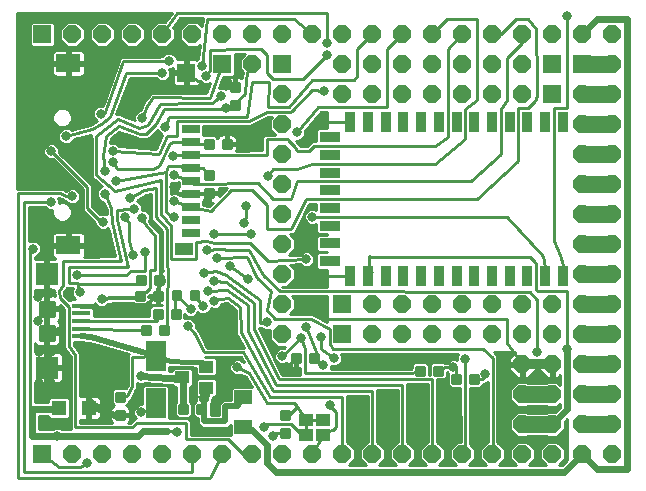
<source format=gbl>
G75*
G70*
%OFA0B0*%
%FSLAX24Y24*%
%IPPOS*%
%LPD*%
%AMOC8*
5,1,8,0,0,1.08239X$1,22.5*
%
%ADD10R,0.0600X0.0600*%
%ADD11OC8,0.0600*%
%ADD12C,0.0087*%
%ADD13R,0.0360X0.0700*%
%ADD14R,0.0700X0.0360*%
%ADD15R,0.0598X0.0150*%
%ADD16C,0.0180*%
%ADD17R,0.0748X0.0748*%
%ADD18R,0.0600X0.0300*%
%ADD19R,0.0600X0.0400*%
%ADD20R,0.0800X0.0600*%
%ADD21R,0.0500X0.0500*%
%ADD22R,0.0669X0.0984*%
%ADD23R,0.0450X0.0400*%
%ADD24R,0.0600X0.0500*%
%ADD25R,0.0500X0.0400*%
%ADD26C,0.0100*%
%ADD27C,0.0560*%
%ADD28C,0.0320*%
%ADD29C,0.0317*%
%ADD30C,0.0120*%
%ADD31C,0.0240*%
%ADD32C,0.0160*%
%ADD33C,0.0200*%
D10*
X001151Y001151D03*
X011151Y005151D03*
X011151Y006151D03*
X018151Y013151D03*
X018151Y014151D03*
X019151Y014151D03*
X009151Y014151D03*
X007151Y014151D03*
X005947Y013866D03*
X001151Y015151D03*
D11*
X002151Y015151D03*
X003151Y015151D03*
X004151Y015151D03*
X005151Y015151D03*
X006151Y015151D03*
X007151Y015151D03*
X008151Y015151D03*
X009151Y015151D03*
X010151Y015151D03*
X011151Y015151D03*
X012151Y015151D03*
X013151Y015151D03*
X014151Y015151D03*
X015151Y015151D03*
X016151Y015151D03*
X017151Y015151D03*
X018151Y015151D03*
X019151Y015151D03*
X020151Y015151D03*
X020151Y014151D03*
X020151Y013151D03*
X019151Y013151D03*
X019151Y012151D03*
X020151Y012151D03*
X020151Y011151D03*
X019151Y011151D03*
X019151Y010151D03*
X020151Y010151D03*
X020151Y009151D03*
X019151Y009151D03*
X019151Y008151D03*
X020151Y008151D03*
X020151Y007151D03*
X019151Y007151D03*
X019151Y006151D03*
X018151Y006151D03*
X017151Y006151D03*
X016151Y006151D03*
X015151Y006151D03*
X014151Y006151D03*
X013151Y006151D03*
X012151Y006151D03*
X012151Y005151D03*
X013151Y005151D03*
X014151Y005151D03*
X015151Y005151D03*
X016151Y005151D03*
X017151Y005151D03*
X018151Y005151D03*
X019151Y005151D03*
X020151Y005151D03*
X020151Y004151D03*
X019151Y004151D03*
X018151Y004151D03*
X017151Y004151D03*
X017151Y003151D03*
X018151Y003151D03*
X019151Y003151D03*
X020151Y003151D03*
X020151Y002151D03*
X019151Y002151D03*
X018151Y002151D03*
X017151Y002151D03*
X017151Y001151D03*
X016151Y001151D03*
X015151Y001151D03*
X014151Y001151D03*
X013151Y001151D03*
X012151Y001151D03*
X011151Y001151D03*
X010151Y001151D03*
X009151Y001151D03*
X008151Y001151D03*
X007151Y001151D03*
X006151Y001151D03*
X005151Y001151D03*
X004151Y001151D03*
X003151Y001151D03*
X002151Y001151D03*
X009151Y005151D03*
X009151Y006151D03*
X009151Y007151D03*
X009151Y008151D03*
X009151Y009151D03*
X009151Y010151D03*
X009151Y011151D03*
X009151Y012151D03*
X009151Y013151D03*
X008151Y014151D03*
X011151Y014151D03*
X012151Y014151D03*
X013151Y014151D03*
X014151Y014151D03*
X015151Y014151D03*
X016151Y014151D03*
X017151Y014151D03*
X017151Y013151D03*
X016151Y013151D03*
X015151Y013151D03*
X014151Y013151D03*
X013151Y013151D03*
X012151Y013151D03*
X011151Y013151D03*
X020151Y006151D03*
X020151Y001151D03*
X019151Y001151D03*
X018151Y001151D03*
D12*
X015683Y003783D02*
X015419Y003783D01*
X015683Y003783D02*
X015683Y003519D01*
X015419Y003519D01*
X015419Y003783D01*
X015419Y003605D02*
X015683Y003605D01*
X015683Y003691D02*
X015419Y003691D01*
X015419Y003777D02*
X015683Y003777D01*
X015083Y003783D02*
X014819Y003783D01*
X015083Y003783D02*
X015083Y003519D01*
X014819Y003519D01*
X014819Y003783D01*
X014819Y003605D02*
X015083Y003605D01*
X015083Y003691D02*
X014819Y003691D01*
X014819Y003777D02*
X015083Y003777D01*
X014473Y003809D02*
X014209Y003809D01*
X014209Y004073D01*
X014473Y004073D01*
X014473Y003809D01*
X014473Y003895D02*
X014209Y003895D01*
X014209Y003981D02*
X014473Y003981D01*
X014473Y004067D02*
X014209Y004067D01*
X013873Y003809D02*
X013609Y003809D01*
X013609Y004073D01*
X013873Y004073D01*
X013873Y003809D01*
X013873Y003895D02*
X013609Y003895D01*
X013609Y003981D02*
X013873Y003981D01*
X013873Y004067D02*
X013609Y004067D01*
X010333Y004239D02*
X010069Y004239D01*
X010069Y004503D01*
X010333Y004503D01*
X010333Y004239D01*
X010333Y004325D02*
X010069Y004325D01*
X010069Y004411D02*
X010333Y004411D01*
X010333Y004497D02*
X010069Y004497D01*
X009733Y004239D02*
X009469Y004239D01*
X009469Y004503D01*
X009733Y004503D01*
X009733Y004239D01*
X009733Y004325D02*
X009469Y004325D01*
X009469Y004411D02*
X009733Y004411D01*
X009733Y004497D02*
X009469Y004497D01*
X009119Y002583D02*
X009119Y002319D01*
X009119Y002583D02*
X009383Y002583D01*
X009383Y002319D01*
X009119Y002319D01*
X009119Y002405D02*
X009383Y002405D01*
X009383Y002491D02*
X009119Y002491D01*
X009119Y002577D02*
X009383Y002577D01*
X009119Y001983D02*
X009119Y001719D01*
X009119Y001983D02*
X009383Y001983D01*
X009383Y001719D01*
X009119Y001719D01*
X009119Y001805D02*
X009383Y001805D01*
X009383Y001891D02*
X009119Y001891D01*
X009119Y001977D02*
X009383Y001977D01*
X006583Y002783D02*
X006319Y002783D01*
X006583Y002783D02*
X006583Y002519D01*
X006319Y002519D01*
X006319Y002783D01*
X006319Y002605D02*
X006583Y002605D01*
X006583Y002691D02*
X006319Y002691D01*
X006319Y002777D02*
X006583Y002777D01*
X005983Y002783D02*
X005719Y002783D01*
X005983Y002783D02*
X005983Y002519D01*
X005719Y002519D01*
X005719Y002783D01*
X005719Y002605D02*
X005983Y002605D01*
X005983Y002691D02*
X005719Y002691D01*
X005719Y002777D02*
X005983Y002777D01*
X003873Y002939D02*
X003873Y003203D01*
X003873Y002939D02*
X003609Y002939D01*
X003609Y003203D01*
X003873Y003203D01*
X003873Y003025D02*
X003609Y003025D01*
X003609Y003111D02*
X003873Y003111D01*
X003873Y003197D02*
X003609Y003197D01*
X003873Y002603D02*
X003873Y002339D01*
X003609Y002339D01*
X003609Y002603D01*
X003873Y002603D01*
X003873Y002425D02*
X003609Y002425D01*
X003609Y002511D02*
X003873Y002511D01*
X003873Y002597D02*
X003609Y002597D01*
X004469Y005433D02*
X004733Y005433D01*
X004733Y005169D01*
X004469Y005169D01*
X004469Y005433D01*
X004469Y005255D02*
X004733Y005255D01*
X004733Y005341D02*
X004469Y005341D01*
X004469Y005427D02*
X004733Y005427D01*
X005069Y005433D02*
X005333Y005433D01*
X005333Y005169D01*
X005069Y005169D01*
X005069Y005433D01*
X005069Y005255D02*
X005333Y005255D01*
X005333Y005341D02*
X005069Y005341D01*
X005069Y005427D02*
X005333Y005427D01*
X005469Y005963D02*
X005733Y005963D01*
X005733Y005699D01*
X005469Y005699D01*
X005469Y005963D01*
X005469Y005785D02*
X005733Y005785D01*
X005733Y005871D02*
X005469Y005871D01*
X005469Y005957D02*
X005733Y005957D01*
X005753Y006329D02*
X005489Y006329D01*
X005489Y006593D01*
X005753Y006593D01*
X005753Y006329D01*
X005753Y006415D02*
X005489Y006415D01*
X005489Y006501D02*
X005753Y006501D01*
X005753Y006587D02*
X005489Y006587D01*
X005133Y006309D02*
X004869Y006309D01*
X004869Y006573D01*
X005133Y006573D01*
X005133Y006309D01*
X005133Y006395D02*
X004869Y006395D01*
X004869Y006481D02*
X005133Y006481D01*
X005133Y006567D02*
X004869Y006567D01*
X004909Y006819D02*
X005173Y006819D01*
X004909Y006819D02*
X004909Y007083D01*
X005173Y007083D01*
X005173Y006819D01*
X005173Y006905D02*
X004909Y006905D01*
X004909Y006991D02*
X005173Y006991D01*
X005173Y007077D02*
X004909Y007077D01*
X004573Y006819D02*
X004309Y006819D01*
X004309Y007083D01*
X004573Y007083D01*
X004573Y006819D01*
X004573Y006905D02*
X004309Y006905D01*
X004309Y006991D02*
X004573Y006991D01*
X004573Y007077D02*
X004309Y007077D01*
X004269Y006309D02*
X004533Y006309D01*
X004269Y006309D02*
X004269Y006573D01*
X004533Y006573D01*
X004533Y006309D01*
X004533Y006395D02*
X004269Y006395D01*
X004269Y006481D02*
X004533Y006481D01*
X004533Y006567D02*
X004269Y006567D01*
X004869Y005963D02*
X005133Y005963D01*
X005133Y005699D01*
X004869Y005699D01*
X004869Y005963D01*
X004869Y005785D02*
X005133Y005785D01*
X005133Y005871D02*
X004869Y005871D01*
X004869Y005957D02*
X005133Y005957D01*
X006089Y006329D02*
X006353Y006329D01*
X006089Y006329D02*
X006089Y006593D01*
X006353Y006593D01*
X006353Y006329D01*
X006353Y006415D02*
X006089Y006415D01*
X006089Y006501D02*
X006353Y006501D01*
X006353Y006587D02*
X006089Y006587D01*
X006569Y009739D02*
X006569Y010003D01*
X006833Y010003D01*
X006833Y009739D01*
X006569Y009739D01*
X006569Y009825D02*
X006833Y009825D01*
X006833Y009911D02*
X006569Y009911D01*
X006569Y009997D02*
X006833Y009997D01*
X006569Y010339D02*
X006569Y010603D01*
X006833Y010603D01*
X006833Y010339D01*
X006569Y010339D01*
X006569Y010425D02*
X006833Y010425D01*
X006833Y010511D02*
X006569Y010511D01*
X006569Y010597D02*
X006833Y010597D01*
X006833Y011369D02*
X006569Y011369D01*
X006569Y011633D01*
X006833Y011633D01*
X006833Y011369D01*
X006833Y011455D02*
X006569Y011455D01*
X006569Y011541D02*
X006833Y011541D01*
X006833Y011627D02*
X006569Y011627D01*
X007169Y011369D02*
X007433Y011369D01*
X007169Y011369D02*
X007169Y011633D01*
X007433Y011633D01*
X007433Y011369D01*
X007433Y011455D02*
X007169Y011455D01*
X007169Y011541D02*
X007433Y011541D01*
X007433Y011627D02*
X007169Y011627D01*
X007449Y012659D02*
X007449Y012923D01*
X007713Y012923D01*
X007713Y012659D01*
X007449Y012659D01*
X007449Y012745D02*
X007713Y012745D01*
X007713Y012831D02*
X007449Y012831D01*
X007449Y012917D02*
X007713Y012917D01*
X007449Y013259D02*
X007449Y013523D01*
X007713Y013523D01*
X007713Y013259D01*
X007449Y013259D01*
X007449Y013345D02*
X007713Y013345D01*
X007713Y013431D02*
X007449Y013431D01*
X007449Y013517D02*
X007713Y013517D01*
D13*
X011415Y012219D03*
X012005Y012219D03*
X012596Y012219D03*
X013186Y012219D03*
X013777Y012219D03*
X014367Y012219D03*
X014958Y012219D03*
X015548Y012219D03*
X016139Y012219D03*
X016730Y012219D03*
X017320Y012219D03*
X017911Y012219D03*
X018501Y012219D03*
X018501Y007101D03*
X017911Y007101D03*
X017320Y007101D03*
X016730Y007101D03*
X016139Y007101D03*
X015548Y007101D03*
X014958Y007101D03*
X014367Y007101D03*
X013777Y007101D03*
X013186Y007101D03*
X012596Y007101D03*
X012005Y007101D03*
X011415Y007101D03*
D14*
X010726Y007593D03*
X010726Y008184D03*
X010726Y008774D03*
X010726Y009365D03*
X010726Y009956D03*
X010726Y010546D03*
X010726Y011137D03*
X010726Y011727D03*
D15*
X002451Y006113D03*
X002451Y005857D03*
X002451Y005601D03*
X002451Y005345D03*
X002451Y005089D03*
D16*
X001511Y004991D02*
X001511Y005411D01*
X001511Y004991D02*
X001091Y004991D01*
X001091Y005411D01*
X001511Y005411D01*
X001511Y005170D02*
X001091Y005170D01*
X001091Y005349D02*
X001511Y005349D01*
X001511Y005791D02*
X001511Y006211D01*
X001511Y005791D02*
X001091Y005791D01*
X001091Y006211D01*
X001511Y006211D01*
X001511Y005970D02*
X001091Y005970D01*
X001091Y006149D02*
X001511Y006149D01*
D17*
X001301Y007156D03*
X001301Y004046D03*
D18*
X006101Y008519D03*
X006101Y008952D03*
X006101Y009385D03*
X006101Y009818D03*
X006101Y010251D03*
X006101Y010684D03*
X006101Y011117D03*
X006101Y011550D03*
X006101Y011983D03*
D19*
X005865Y007989D03*
D20*
X002017Y008125D03*
X002017Y014188D03*
D21*
X001701Y002701D03*
X002701Y002701D03*
D22*
X004931Y002864D03*
X004931Y004439D03*
D23*
X005821Y003721D03*
X006621Y003371D03*
X006621Y004071D03*
D24*
X007851Y003051D03*
X007851Y002051D03*
D25*
X009951Y001801D03*
X010511Y001801D03*
X010511Y002301D03*
X009951Y002301D03*
D26*
X000351Y000371D02*
X000351Y009851D01*
X001751Y009851D01*
X001951Y009751D01*
X002151Y009751D01*
X002025Y009513D02*
X001970Y009513D01*
X001994Y009503D02*
X001874Y009553D01*
X001745Y009553D01*
X001720Y009542D01*
X001720Y009605D01*
X001684Y009691D01*
X001713Y009691D01*
X001856Y009620D01*
X001885Y009591D01*
X001913Y009591D01*
X001939Y009578D01*
X001943Y009580D01*
X001999Y009524D01*
X002098Y009483D01*
X002205Y009483D01*
X002303Y009524D01*
X002379Y009599D01*
X002420Y009698D01*
X002420Y009805D01*
X002379Y009903D01*
X002303Y009979D01*
X002205Y010020D01*
X002098Y010020D01*
X001999Y009979D01*
X001951Y009930D01*
X001846Y009983D01*
X001817Y010011D01*
X001789Y010011D01*
X001763Y010024D01*
X001725Y010011D01*
X000301Y010011D01*
X000301Y015871D01*
X005469Y015871D01*
X005247Y015561D01*
X004981Y015561D01*
X004741Y015321D01*
X004741Y014981D01*
X004981Y014741D01*
X005321Y014741D01*
X005561Y014981D01*
X005561Y015321D01*
X005507Y015375D01*
X005733Y015691D01*
X006491Y015691D01*
X006491Y015660D01*
X006463Y015419D01*
X006321Y015561D01*
X005981Y015561D01*
X005741Y015321D01*
X005741Y014981D01*
X005981Y014741D01*
X006321Y014741D01*
X006392Y014812D01*
X006338Y014346D01*
X006319Y014339D01*
X006290Y014309D01*
X006267Y014316D01*
X005997Y014316D01*
X005997Y013916D01*
X005897Y013916D01*
X005897Y014316D01*
X005630Y014316D01*
X005630Y014325D01*
X005589Y014423D01*
X005513Y014499D01*
X005415Y014540D01*
X005308Y014540D01*
X005209Y014499D01*
X005134Y014423D01*
X005131Y014417D01*
X005046Y014411D01*
X003879Y014411D01*
X003842Y014424D01*
X003815Y014411D01*
X003785Y014411D01*
X003757Y014384D01*
X003722Y014367D01*
X003712Y014339D01*
X003691Y014317D01*
X003691Y014279D01*
X003161Y012777D01*
X003155Y012780D01*
X003048Y012780D01*
X002949Y012739D01*
X002874Y012663D01*
X002833Y012565D01*
X002833Y012458D01*
X002874Y012359D01*
X002949Y012284D01*
X002982Y012270D01*
X002749Y012130D01*
X002112Y011969D01*
X002093Y011989D01*
X001995Y012030D01*
X001888Y012030D01*
X001789Y011989D01*
X001714Y011913D01*
X001673Y011815D01*
X001673Y011708D01*
X001714Y011609D01*
X001789Y011534D01*
X001888Y011493D01*
X001995Y011493D01*
X002093Y011534D01*
X002169Y011609D01*
X002189Y011659D01*
X002781Y011809D01*
X002781Y011781D01*
X002774Y011725D01*
X002781Y011716D01*
X002781Y011705D01*
X002791Y011695D01*
X002791Y010509D01*
X002786Y010503D01*
X002791Y010444D01*
X002791Y010385D01*
X002797Y010379D01*
X002798Y010371D01*
X002843Y010333D01*
X002885Y010291D01*
X002893Y010291D01*
X003133Y010091D01*
X003079Y010069D01*
X003004Y009993D01*
X002963Y009895D01*
X002963Y009788D01*
X003004Y009689D01*
X003079Y009614D01*
X003162Y009579D01*
X003293Y009311D01*
X003300Y009148D01*
X003225Y009180D01*
X003118Y009180D01*
X003069Y009159D01*
X002811Y009417D01*
X002811Y009985D01*
X002811Y010117D01*
X001720Y011209D01*
X001720Y011305D01*
X001679Y011403D01*
X001603Y011479D01*
X001505Y011520D01*
X001398Y011520D01*
X001299Y011479D01*
X001224Y011403D01*
X001183Y011305D01*
X001183Y011198D01*
X001224Y011099D01*
X001299Y011024D01*
X001398Y010983D01*
X001493Y010983D01*
X002491Y009985D01*
X002491Y009285D01*
X002585Y009191D01*
X002903Y008873D01*
X002903Y008858D01*
X002944Y008759D01*
X003019Y008684D01*
X003118Y008643D01*
X003225Y008643D01*
X003323Y008684D01*
X003348Y008709D01*
X003562Y007750D01*
X002544Y007745D01*
X002557Y007767D01*
X002567Y007805D01*
X002567Y008075D01*
X002067Y008075D01*
X002067Y008175D01*
X001967Y008175D01*
X001967Y008075D01*
X001467Y008075D01*
X001467Y007805D01*
X001478Y007767D01*
X001497Y007733D01*
X001525Y007705D01*
X001559Y007685D01*
X001579Y007680D01*
X001351Y007680D01*
X001351Y007206D01*
X001251Y007206D01*
X001251Y007680D01*
X000907Y007680D01*
X000891Y007676D01*
X000891Y007743D01*
X000895Y007743D01*
X000993Y007784D01*
X001069Y007859D01*
X001110Y007958D01*
X001110Y008065D01*
X001069Y008163D01*
X000993Y008239D01*
X000895Y008280D01*
X000788Y008280D01*
X000711Y008248D01*
X000711Y009391D01*
X001232Y009391D01*
X001299Y009324D01*
X001398Y009283D01*
X001485Y009283D01*
X001485Y009163D01*
X001534Y009043D01*
X001626Y008952D01*
X001745Y008903D01*
X001874Y008903D01*
X001994Y008952D01*
X002085Y009043D01*
X002135Y009163D01*
X002135Y009292D01*
X002085Y009412D01*
X001994Y009503D01*
X002083Y009414D02*
X002491Y009414D01*
X002491Y009316D02*
X002125Y009316D01*
X002135Y009217D02*
X002559Y009217D01*
X002657Y009119D02*
X002116Y009119D01*
X002062Y009020D02*
X002756Y009020D01*
X002855Y008922D02*
X001920Y008922D01*
X001699Y008922D02*
X000711Y008922D01*
X000711Y009020D02*
X001558Y009020D01*
X001503Y009119D02*
X000711Y009119D01*
X000711Y009217D02*
X001485Y009217D01*
X001318Y009316D02*
X000711Y009316D01*
X000551Y009551D02*
X000551Y000571D01*
X006151Y000571D01*
X006151Y001151D01*
X005951Y001651D02*
X007351Y001651D01*
X007851Y001151D01*
X008151Y001151D01*
X008851Y001751D02*
X008951Y001851D01*
X009251Y001851D01*
X009451Y002151D02*
X009751Y001851D01*
X009901Y001851D01*
X009951Y001801D01*
X009951Y002301D01*
X009599Y002786D01*
X009646Y002720D01*
X009377Y002451D01*
X009251Y002451D01*
X009451Y002151D02*
X008651Y002151D01*
X008541Y002061D01*
X008651Y002851D02*
X009551Y002851D01*
X009599Y002786D01*
X009951Y002301D02*
X010511Y002301D01*
X010851Y001951D02*
X010951Y002051D01*
X010951Y002551D01*
X010731Y002771D01*
X010731Y002781D01*
X011151Y003051D02*
X011151Y001151D01*
X011561Y001137D02*
X011741Y001137D01*
X011741Y001235D02*
X011561Y001235D01*
X011561Y001321D02*
X011561Y000981D01*
X011361Y000781D01*
X011941Y000781D01*
X011741Y000981D01*
X011741Y001321D01*
X011981Y001561D01*
X011991Y001561D01*
X011991Y003091D01*
X011311Y003091D01*
X011311Y001561D01*
X011321Y001561D01*
X011561Y001321D01*
X011548Y001334D02*
X011754Y001334D01*
X011852Y001432D02*
X011450Y001432D01*
X011351Y001531D02*
X011951Y001531D01*
X011991Y001629D02*
X011311Y001629D01*
X011311Y001728D02*
X011991Y001728D01*
X011991Y001826D02*
X011311Y001826D01*
X011311Y001925D02*
X011991Y001925D01*
X011991Y002024D02*
X011311Y002024D01*
X011311Y002122D02*
X011991Y002122D01*
X011991Y002221D02*
X011311Y002221D01*
X011311Y002319D02*
X011991Y002319D01*
X011991Y002418D02*
X011311Y002418D01*
X011311Y002516D02*
X011991Y002516D01*
X011991Y002615D02*
X011311Y002615D01*
X011311Y002713D02*
X011991Y002713D01*
X011991Y002812D02*
X011311Y002812D01*
X011311Y002910D02*
X011991Y002910D01*
X011991Y003009D02*
X011311Y003009D01*
X011151Y003051D02*
X008751Y003051D01*
X007851Y004551D01*
X006551Y004551D01*
X006251Y005151D01*
X005991Y005441D01*
X005886Y005688D02*
X005886Y005827D01*
X005939Y005774D01*
X006038Y005733D01*
X006145Y005733D01*
X006243Y005774D01*
X006319Y005849D01*
X006332Y005881D01*
X006349Y005864D01*
X006448Y005823D01*
X006555Y005823D01*
X006653Y005864D01*
X006729Y005939D01*
X006761Y006016D01*
X006818Y005993D01*
X006925Y005993D01*
X007023Y006034D01*
X007099Y006109D01*
X007120Y006160D01*
X007307Y006184D01*
X007593Y005970D01*
X007611Y005252D01*
X007599Y005213D01*
X007612Y005189D01*
X007613Y005161D01*
X007643Y005133D01*
X007873Y004711D01*
X007871Y004711D01*
X007826Y004722D01*
X007807Y004711D01*
X006650Y004711D01*
X006413Y005185D01*
X006415Y005209D01*
X006385Y005242D01*
X006365Y005282D01*
X006342Y005289D01*
X006258Y005383D01*
X006260Y005388D01*
X006260Y005495D01*
X006219Y005593D01*
X006143Y005669D01*
X006045Y005710D01*
X005938Y005710D01*
X005886Y005688D01*
X005886Y005768D02*
X005952Y005768D01*
X006141Y005670D02*
X007600Y005670D01*
X007598Y005768D02*
X006230Y005768D01*
X006326Y005867D02*
X006346Y005867D01*
X006501Y006091D02*
X006221Y006461D01*
X006661Y006611D02*
X007301Y006621D01*
X008001Y006121D01*
X007991Y005251D01*
X008951Y003451D01*
X013151Y003451D01*
X013151Y001151D01*
X012852Y001432D02*
X012450Y001432D01*
X012548Y001334D02*
X012754Y001334D01*
X012741Y001321D02*
X012981Y001561D01*
X012991Y001561D01*
X012991Y003291D01*
X012311Y003291D01*
X012311Y001561D01*
X012321Y001561D01*
X012561Y001321D01*
X012561Y000981D01*
X012361Y000781D01*
X012941Y000781D01*
X012741Y000981D01*
X012741Y001321D01*
X012741Y001235D02*
X012561Y001235D01*
X012561Y001137D02*
X012741Y001137D01*
X012741Y001038D02*
X012561Y001038D01*
X012519Y000940D02*
X012783Y000940D01*
X012882Y000841D02*
X012421Y000841D01*
X012151Y001151D02*
X012151Y003251D01*
X008851Y003251D01*
X007771Y005231D01*
X007751Y006051D01*
X007351Y006351D01*
X006881Y006291D01*
X006871Y006261D01*
X007053Y006064D02*
X007468Y006064D01*
X007593Y005965D02*
X006739Y005965D01*
X006656Y005867D02*
X007596Y005867D01*
X007336Y006162D02*
X007135Y006162D01*
X007603Y005571D02*
X006228Y005571D01*
X006260Y005473D02*
X007605Y005473D01*
X007608Y005374D02*
X006266Y005374D01*
X006368Y005275D02*
X007610Y005275D01*
X007612Y005177D02*
X006417Y005177D01*
X006466Y005078D02*
X007672Y005078D01*
X007726Y004980D02*
X006516Y004980D01*
X006565Y004881D02*
X007780Y004881D01*
X007834Y004783D02*
X006614Y004783D01*
X006589Y004391D02*
X007761Y004391D01*
X007865Y004216D01*
X007803Y004279D01*
X007705Y004320D01*
X007598Y004320D01*
X007499Y004279D01*
X007424Y004203D01*
X007383Y004105D01*
X007383Y003998D01*
X007424Y003899D01*
X007499Y003824D01*
X007598Y003783D01*
X007705Y003783D01*
X007773Y003811D01*
X007938Y003729D01*
X008129Y003411D01*
X007506Y003411D01*
X007441Y003347D01*
X007441Y002961D01*
X007164Y002961D01*
X007041Y002838D01*
X007041Y002664D01*
X007041Y002461D01*
X006761Y002461D01*
X006761Y002819D01*
X006766Y002827D01*
X006779Y002839D01*
X006786Y002858D01*
X006807Y002889D01*
X006813Y002922D01*
X006820Y002938D01*
X006820Y002958D01*
X006839Y003061D01*
X006892Y003061D01*
X006956Y003126D01*
X006956Y003617D01*
X006892Y003681D01*
X006351Y003681D01*
X006286Y003617D01*
X006286Y003126D01*
X006299Y003113D01*
X006289Y003061D01*
X006283Y003045D01*
X006283Y003024D01*
X006276Y002987D01*
X006283Y002955D01*
X006283Y002938D01*
X006283Y002936D01*
X006256Y002936D01*
X006166Y002846D01*
X006166Y002456D01*
X006256Y002366D01*
X006341Y002366D01*
X006341Y002338D01*
X006341Y002164D01*
X006464Y002041D01*
X007164Y002041D01*
X007338Y002041D01*
X007441Y002144D01*
X007441Y001787D01*
X007417Y001811D01*
X006111Y001811D01*
X006111Y002267D01*
X006017Y002361D01*
X005885Y002361D01*
X005376Y002361D01*
X005376Y003401D01*
X005311Y003466D01*
X004551Y003466D01*
X004487Y003401D01*
X004487Y002820D01*
X004398Y002820D01*
X004299Y002779D01*
X004224Y002703D01*
X004183Y002605D01*
X004183Y002498D01*
X004224Y002399D01*
X004262Y002361D01*
X004235Y002361D01*
X004141Y002267D01*
X004085Y002211D01*
X004018Y002211D01*
X004027Y002221D01*
X004094Y002221D01*
X004053Y002265D02*
X004066Y002314D01*
X004066Y002434D01*
X003779Y002434D01*
X003779Y002509D01*
X004066Y002509D01*
X004066Y002628D01*
X004053Y002677D01*
X004027Y002721D01*
X003991Y002757D01*
X003947Y002783D01*
X003935Y002786D01*
X003936Y002786D01*
X004026Y002876D01*
X004026Y002923D01*
X004054Y002924D01*
X004071Y002942D01*
X004095Y002950D01*
X004114Y002989D01*
X004144Y003022D01*
X004143Y003047D01*
X004283Y003326D01*
X004311Y003355D01*
X004311Y003383D01*
X004324Y003409D01*
X004311Y003447D01*
X004311Y003520D01*
X004378Y003493D01*
X004485Y003493D01*
X004556Y003523D01*
X005336Y003472D01*
X005503Y003458D01*
X005551Y003411D01*
X005621Y003411D01*
X005621Y002901D01*
X005566Y002846D01*
X005566Y002456D01*
X005656Y002366D01*
X006046Y002366D01*
X006136Y002456D01*
X006136Y002846D01*
X006081Y002901D01*
X006081Y003411D01*
X006092Y003411D01*
X006156Y003476D01*
X006156Y003967D01*
X006092Y004031D01*
X005551Y004031D01*
X005486Y003967D01*
X005486Y003921D01*
X005462Y003923D01*
X005461Y003924D01*
X005376Y003930D01*
X005376Y004051D01*
X005389Y004046D01*
X005425Y004061D01*
X006055Y004051D01*
X006286Y004046D01*
X006286Y003826D01*
X006351Y003761D01*
X006892Y003761D01*
X006956Y003826D01*
X006956Y004317D01*
X006892Y004381D01*
X006581Y004381D01*
X006577Y004385D01*
X006589Y004391D01*
X006584Y004389D02*
X007762Y004389D01*
X007776Y004290D02*
X007821Y004290D01*
X007526Y004290D02*
X006956Y004290D01*
X006956Y004191D02*
X007419Y004191D01*
X007383Y004093D02*
X006956Y004093D01*
X006956Y003994D02*
X007384Y003994D01*
X007427Y003896D02*
X006956Y003896D01*
X006928Y003797D02*
X007563Y003797D01*
X007740Y003797D02*
X007801Y003797D01*
X007956Y003699D02*
X006156Y003699D01*
X006156Y003797D02*
X006314Y003797D01*
X006286Y003896D02*
X006156Y003896D01*
X006129Y003994D02*
X006286Y003994D01*
X006551Y003951D02*
X006621Y004071D01*
X006286Y003600D02*
X006156Y003600D01*
X006156Y003502D02*
X006286Y003502D01*
X006286Y003403D02*
X006081Y003403D01*
X006081Y003305D02*
X006286Y003305D01*
X006286Y003206D02*
X006081Y003206D01*
X006081Y003107D02*
X006298Y003107D01*
X006280Y003009D02*
X006081Y003009D01*
X006081Y002910D02*
X006230Y002910D01*
X006166Y002812D02*
X006136Y002812D01*
X006136Y002713D02*
X006166Y002713D01*
X006166Y002615D02*
X006136Y002615D01*
X006136Y002516D02*
X006166Y002516D01*
X006205Y002418D02*
X006098Y002418D01*
X006059Y002319D02*
X006341Y002319D01*
X006341Y002221D02*
X006111Y002221D01*
X006111Y002122D02*
X006383Y002122D01*
X006111Y002024D02*
X007441Y002024D01*
X007441Y002122D02*
X007419Y002122D01*
X007441Y001925D02*
X006111Y001925D01*
X006111Y001826D02*
X007441Y001826D01*
X007151Y001151D02*
X006751Y000371D01*
X000351Y000371D01*
X001151Y001151D02*
X001701Y000731D01*
X002411Y000731D01*
X002651Y000851D01*
X002095Y001981D02*
X001797Y001981D01*
X001705Y002020D01*
X001598Y002020D01*
X001505Y001981D01*
X001031Y001981D01*
X001031Y002421D01*
X001275Y002421D01*
X001289Y002410D01*
X001341Y002417D01*
X001341Y002406D01*
X001406Y002341D01*
X001997Y002341D01*
X002061Y002406D01*
X002061Y002997D01*
X001997Y003061D01*
X001406Y003061D01*
X001341Y002997D01*
X001341Y002882D01*
X001335Y002881D01*
X000891Y002881D01*
X000891Y003526D01*
X000907Y003522D01*
X001251Y003522D01*
X001251Y003996D01*
X001351Y003996D01*
X001351Y003522D01*
X001695Y003522D01*
X001733Y003532D01*
X001767Y003552D01*
X001795Y003580D01*
X001815Y003614D01*
X001825Y003652D01*
X001825Y003996D01*
X001351Y003996D01*
X001351Y004096D01*
X001251Y004096D01*
X001251Y004570D01*
X000907Y004570D01*
X000891Y004566D01*
X000891Y004859D01*
X000905Y004838D01*
X000938Y004805D01*
X000977Y004779D01*
X001021Y004760D01*
X001068Y004751D01*
X001251Y004751D01*
X001251Y005151D01*
X001351Y005151D01*
X001351Y004751D01*
X001535Y004751D01*
X001581Y004760D01*
X001625Y004779D01*
X001664Y004805D01*
X001698Y004838D01*
X001724Y004877D01*
X001742Y004921D01*
X001751Y004968D01*
X001751Y005151D01*
X001351Y005151D01*
X001351Y005251D01*
X001251Y005251D01*
X001251Y005551D01*
X001251Y005951D01*
X001351Y005951D01*
X001351Y005551D01*
X001351Y005251D01*
X001751Y005251D01*
X001751Y005435D01*
X001742Y005481D01*
X001724Y005525D01*
X001698Y005564D01*
X001664Y005598D01*
X001659Y005601D01*
X001664Y005605D01*
X001698Y005638D01*
X001724Y005677D01*
X001742Y005721D01*
X001751Y005768D01*
X001881Y005768D01*
X001881Y005670D02*
X001719Y005670D01*
X001751Y005768D02*
X001751Y005951D01*
X001351Y005951D01*
X001351Y006051D01*
X001751Y006051D01*
X001751Y006121D01*
X001881Y005986D01*
X001881Y004765D01*
X001872Y004714D01*
X001881Y004701D01*
X001881Y004685D01*
X001918Y004648D01*
X002091Y004401D01*
X002091Y001985D01*
X002095Y001981D01*
X002091Y002024D02*
X001031Y002024D01*
X001031Y002122D02*
X002091Y002122D01*
X002091Y002221D02*
X001031Y002221D01*
X001031Y002319D02*
X002091Y002319D01*
X002091Y002418D02*
X002061Y002418D01*
X002061Y002516D02*
X002091Y002516D01*
X002091Y002615D02*
X002061Y002615D01*
X002061Y002713D02*
X002091Y002713D01*
X002091Y002812D02*
X002061Y002812D01*
X002061Y002910D02*
X002091Y002910D01*
X002091Y003009D02*
X002049Y003009D01*
X002091Y003107D02*
X000891Y003107D01*
X000891Y003009D02*
X001353Y003009D01*
X001341Y002910D02*
X000891Y002910D01*
X000851Y002651D02*
X000731Y002661D01*
X000731Y007881D01*
X000841Y008011D01*
X001047Y007838D02*
X001467Y007838D01*
X001467Y007936D02*
X001101Y007936D01*
X001110Y008035D02*
X001467Y008035D01*
X001467Y008175D02*
X001967Y008175D01*
X001967Y008575D01*
X001598Y008575D01*
X001559Y008565D01*
X001525Y008545D01*
X001497Y008517D01*
X001478Y008483D01*
X001467Y008445D01*
X001467Y008175D01*
X001467Y008232D02*
X001000Y008232D01*
X001081Y008133D02*
X001967Y008133D01*
X002017Y008125D02*
X002061Y008721D01*
X002067Y008575D02*
X002067Y008175D01*
X002567Y008175D01*
X002567Y008445D01*
X002557Y008483D01*
X002537Y008517D01*
X002509Y008545D01*
X002475Y008565D01*
X002437Y008575D01*
X002067Y008575D01*
X002067Y008527D02*
X001967Y008527D01*
X001967Y008429D02*
X002067Y008429D01*
X002067Y008330D02*
X001967Y008330D01*
X001967Y008232D02*
X002067Y008232D01*
X002067Y008133D02*
X003476Y008133D01*
X003498Y008035D02*
X002567Y008035D01*
X002567Y007936D02*
X003520Y007936D01*
X003542Y007838D02*
X002567Y007838D01*
X002567Y008232D02*
X003454Y008232D01*
X003433Y008330D02*
X002567Y008330D01*
X002567Y008429D02*
X003411Y008429D01*
X003389Y008527D02*
X002527Y008527D01*
X002917Y008823D02*
X000711Y008823D01*
X000711Y008724D02*
X002978Y008724D01*
X003091Y008911D02*
X002651Y009351D01*
X002651Y010051D01*
X001451Y011251D01*
X001216Y011385D02*
X000301Y011385D01*
X000301Y011287D02*
X001183Y011287D01*
X001187Y011188D02*
X000301Y011188D01*
X000301Y011089D02*
X001233Y011089D01*
X001378Y010991D02*
X000301Y010991D01*
X000301Y010892D02*
X001584Y010892D01*
X001682Y010794D02*
X000301Y010794D01*
X000301Y010695D02*
X001781Y010695D01*
X001879Y010597D02*
X000301Y010597D01*
X000301Y010498D02*
X001978Y010498D01*
X002076Y010400D02*
X000301Y010400D01*
X000301Y010301D02*
X002175Y010301D01*
X002273Y010203D02*
X000301Y010203D01*
X000301Y010104D02*
X002372Y010104D01*
X002471Y010006D02*
X002239Y010006D01*
X002375Y009907D02*
X002491Y009907D01*
X002491Y009808D02*
X002418Y009808D01*
X002420Y009710D02*
X002491Y009710D01*
X002491Y009611D02*
X002384Y009611D01*
X002277Y009513D02*
X002491Y009513D01*
X002811Y009513D02*
X003194Y009513D01*
X003242Y009414D02*
X002814Y009414D01*
X002913Y009316D02*
X003290Y009316D01*
X003297Y009217D02*
X003011Y009217D01*
X003091Y008911D02*
X003171Y008911D01*
X003471Y008893D02*
X003451Y009351D01*
X003257Y009749D01*
X003239Y009839D01*
X003231Y009841D01*
X002995Y009710D02*
X002811Y009710D01*
X002811Y009808D02*
X002963Y009808D01*
X002968Y009907D02*
X002811Y009907D01*
X002811Y010006D02*
X003016Y010006D01*
X003117Y010104D02*
X002811Y010104D01*
X002726Y010203D02*
X002999Y010203D01*
X002875Y010301D02*
X002627Y010301D01*
X002529Y010400D02*
X002791Y010400D01*
X002786Y010498D02*
X002430Y010498D01*
X002332Y010597D02*
X002791Y010597D01*
X002791Y010695D02*
X002233Y010695D01*
X002135Y010794D02*
X002791Y010794D01*
X002791Y010892D02*
X002036Y010892D01*
X001938Y010991D02*
X002791Y010991D01*
X002791Y011089D02*
X001839Y011089D01*
X001741Y011188D02*
X002791Y011188D01*
X002791Y011287D02*
X001720Y011287D01*
X001686Y011385D02*
X002791Y011385D01*
X002791Y011484D02*
X001591Y011484D01*
X001741Y011582D02*
X000301Y011582D01*
X000301Y011484D02*
X001311Y011484D01*
X001684Y011681D02*
X000301Y011681D01*
X000301Y011779D02*
X001673Y011779D01*
X001699Y011878D02*
X000301Y011878D01*
X000301Y011976D02*
X001777Y011976D01*
X001745Y012052D02*
X001874Y012052D01*
X001994Y012102D01*
X002085Y012193D01*
X002135Y012312D01*
X002135Y012442D01*
X002085Y012561D01*
X001994Y012653D01*
X001874Y012702D01*
X001745Y012702D01*
X001626Y012653D01*
X001534Y012561D01*
X001485Y012442D01*
X001485Y012312D01*
X001534Y012193D01*
X001626Y012102D01*
X001745Y012052D01*
X001690Y012075D02*
X000301Y012075D01*
X000301Y012173D02*
X001554Y012173D01*
X001502Y012272D02*
X000301Y012272D01*
X000301Y012371D02*
X001485Y012371D01*
X001496Y012469D02*
X000301Y012469D01*
X000301Y012568D02*
X001541Y012568D01*
X001658Y012666D02*
X000301Y012666D01*
X000301Y012765D02*
X003012Y012765D01*
X002877Y012666D02*
X001961Y012666D01*
X002079Y012568D02*
X002834Y012568D01*
X002833Y012469D02*
X002124Y012469D01*
X002135Y012371D02*
X002869Y012371D01*
X002977Y012272D02*
X002118Y012272D01*
X002066Y012173D02*
X002821Y012173D01*
X002811Y011981D02*
X001941Y011761D01*
X002142Y011582D02*
X002791Y011582D01*
X002791Y011681D02*
X002276Y011681D01*
X002665Y011779D02*
X002781Y011779D01*
X002941Y011771D02*
X002951Y011771D01*
X002951Y010451D01*
X003561Y009941D01*
X005101Y010281D01*
X005101Y009151D01*
X005451Y008751D01*
X005451Y007651D01*
X006281Y007651D01*
X006281Y008241D01*
X006611Y008271D01*
X006901Y008191D01*
X008081Y008181D01*
X008681Y007601D01*
X009951Y007651D01*
X009758Y007838D02*
X009417Y007838D01*
X009368Y007788D02*
X009561Y007981D01*
X009561Y008321D01*
X009391Y008491D01*
X009414Y008491D01*
X009440Y008478D01*
X009477Y008491D01*
X009517Y008491D01*
X009538Y008512D01*
X009565Y008521D01*
X009583Y008557D01*
X009611Y008585D01*
X009611Y008614D01*
X010050Y009501D01*
X010266Y009501D01*
X010266Y009314D01*
X010205Y009340D01*
X010098Y009340D01*
X009999Y009299D01*
X009924Y009223D01*
X009883Y009125D01*
X009883Y009018D01*
X009924Y008919D01*
X009999Y008844D01*
X010098Y008803D01*
X010205Y008803D01*
X010266Y008828D01*
X010266Y008549D01*
X010330Y008484D01*
X010651Y008484D01*
X010651Y008474D01*
X010330Y008474D01*
X010266Y008409D01*
X010266Y007958D01*
X010330Y007894D01*
X010651Y007894D01*
X010651Y007883D01*
X010330Y007883D01*
X010266Y007819D01*
X010266Y007368D01*
X010330Y007303D01*
X010651Y007303D01*
X010651Y006739D01*
X009125Y006741D01*
X009125Y006741D01*
X009321Y006741D01*
X009561Y006981D01*
X009561Y007321D01*
X009412Y007470D01*
X009740Y007483D01*
X009799Y007424D01*
X009898Y007383D01*
X010005Y007383D01*
X010103Y007424D01*
X010179Y007499D01*
X010220Y007598D01*
X010220Y007705D01*
X010179Y007803D01*
X010103Y007879D01*
X010005Y007920D01*
X009898Y007920D01*
X009799Y007879D01*
X009724Y007803D01*
X009723Y007802D01*
X009368Y007788D01*
X009516Y007936D02*
X010288Y007936D01*
X010284Y007838D02*
X010144Y007838D01*
X010205Y007739D02*
X010266Y007739D01*
X010266Y007640D02*
X010220Y007640D01*
X010196Y007542D02*
X010266Y007542D01*
X010266Y007443D02*
X010123Y007443D01*
X010288Y007345D02*
X009537Y007345D01*
X009561Y007246D02*
X010651Y007246D01*
X010651Y007148D02*
X009561Y007148D01*
X009561Y007049D02*
X010651Y007049D01*
X010651Y006951D02*
X009530Y006951D01*
X009432Y006852D02*
X010651Y006852D01*
X010651Y006754D02*
X009333Y006754D01*
X009061Y006581D02*
X008491Y007121D01*
X008051Y007951D01*
X007351Y007951D01*
X007131Y008011D01*
X006931Y008011D01*
X006751Y007971D01*
X006631Y007971D01*
X006961Y007701D02*
X007971Y007731D01*
X008311Y007041D01*
X008781Y006591D01*
X008651Y005951D01*
X008911Y005671D01*
X010111Y005671D01*
X010731Y005321D01*
X010731Y004821D01*
X010851Y004651D01*
X015851Y004651D01*
X016161Y004371D01*
X016161Y001271D01*
X016151Y001151D01*
X016450Y001432D02*
X016852Y001432D01*
X016754Y001334D02*
X016548Y001334D01*
X016561Y001321D02*
X016321Y001561D01*
X016321Y004310D01*
X016324Y004313D01*
X016321Y004375D01*
X016321Y004437D01*
X016318Y004441D01*
X016318Y004445D01*
X016272Y004487D01*
X016227Y004531D01*
X016223Y004531D01*
X016201Y004551D01*
X016915Y004551D01*
X016701Y004338D01*
X016701Y004201D01*
X017101Y004201D01*
X017101Y004101D01*
X017201Y004101D01*
X017201Y003701D01*
X017338Y003701D01*
X017601Y003965D01*
X017601Y004101D01*
X017201Y004101D01*
X017201Y004201D01*
X017601Y004201D01*
X017601Y004283D01*
X017701Y004283D01*
X017701Y004201D01*
X018101Y004201D01*
X018101Y004101D01*
X018201Y004101D01*
X018201Y003701D01*
X018338Y003701D01*
X018421Y003785D01*
X018421Y003461D01*
X018321Y003561D01*
X017981Y003561D01*
X017961Y003541D01*
X017341Y003541D01*
X017321Y003561D01*
X016981Y003561D01*
X016741Y003321D01*
X016741Y002981D01*
X016981Y002741D01*
X017321Y002741D01*
X017341Y002761D01*
X017961Y002761D01*
X017981Y002741D01*
X018321Y002741D01*
X018421Y002841D01*
X018421Y002746D01*
X018236Y002561D01*
X017981Y002561D01*
X017961Y002541D01*
X017341Y002541D01*
X017321Y002561D01*
X016981Y002561D01*
X016741Y002321D01*
X016741Y001981D01*
X016981Y001741D01*
X017321Y001741D01*
X017341Y001761D01*
X017961Y001761D01*
X017981Y001741D01*
X018321Y001741D01*
X018561Y001981D01*
X018561Y002236D01*
X018651Y002326D01*
X018651Y000976D01*
X018456Y000781D01*
X018361Y000781D01*
X018561Y000981D01*
X018561Y001321D01*
X018321Y001561D01*
X017981Y001561D01*
X017741Y001321D01*
X017741Y000981D01*
X017941Y000781D01*
X017361Y000781D01*
X017561Y000981D01*
X017561Y001321D01*
X017321Y001561D01*
X016981Y001561D01*
X016741Y001321D01*
X016741Y000981D01*
X016941Y000781D01*
X016361Y000781D01*
X016561Y000981D01*
X016561Y001321D01*
X016561Y001235D02*
X016741Y001235D01*
X016741Y001137D02*
X016561Y001137D01*
X016561Y001038D02*
X016741Y001038D01*
X016783Y000940D02*
X016519Y000940D01*
X016421Y000841D02*
X016882Y000841D01*
X017421Y000841D02*
X017882Y000841D01*
X017783Y000940D02*
X017519Y000940D01*
X017561Y001038D02*
X017741Y001038D01*
X017741Y001137D02*
X017561Y001137D01*
X017561Y001235D02*
X017741Y001235D01*
X017754Y001334D02*
X017548Y001334D01*
X017450Y001432D02*
X017852Y001432D01*
X017951Y001531D02*
X017351Y001531D01*
X016951Y001531D02*
X016351Y001531D01*
X016321Y001629D02*
X018651Y001629D01*
X018651Y001531D02*
X018351Y001531D01*
X018450Y001432D02*
X018651Y001432D01*
X018651Y001334D02*
X018548Y001334D01*
X018561Y001235D02*
X018651Y001235D01*
X018651Y001137D02*
X018561Y001137D01*
X018561Y001038D02*
X018651Y001038D01*
X018614Y000940D02*
X018519Y000940D01*
X018516Y000841D02*
X018421Y000841D01*
X018651Y001728D02*
X016321Y001728D01*
X016321Y001826D02*
X016896Y001826D01*
X016798Y001925D02*
X016321Y001925D01*
X016321Y002024D02*
X016741Y002024D01*
X016741Y002122D02*
X016321Y002122D01*
X016321Y002221D02*
X016741Y002221D01*
X016741Y002319D02*
X016321Y002319D01*
X016321Y002418D02*
X016838Y002418D01*
X016936Y002516D02*
X016321Y002516D01*
X016321Y002615D02*
X018290Y002615D01*
X018388Y002713D02*
X016321Y002713D01*
X016321Y002812D02*
X016911Y002812D01*
X016812Y002910D02*
X016321Y002910D01*
X016321Y003009D02*
X016741Y003009D01*
X016741Y003107D02*
X016321Y003107D01*
X016321Y003206D02*
X016741Y003206D01*
X016741Y003305D02*
X016321Y003305D01*
X016321Y003403D02*
X016823Y003403D01*
X016922Y003502D02*
X016321Y003502D01*
X016321Y003600D02*
X018421Y003600D01*
X018421Y003502D02*
X018380Y003502D01*
X018421Y003699D02*
X016321Y003699D01*
X016321Y003797D02*
X016869Y003797D01*
X016965Y003701D02*
X016701Y003965D01*
X016701Y004101D01*
X017101Y004101D01*
X017101Y003701D01*
X016965Y003701D01*
X017101Y003797D02*
X017201Y003797D01*
X017201Y003896D02*
X017101Y003896D01*
X017101Y003994D02*
X017201Y003994D01*
X017201Y004093D02*
X017101Y004093D01*
X017151Y004151D02*
X016651Y004851D01*
X016651Y005651D01*
X010551Y005651D01*
X009751Y006051D01*
X009561Y006064D02*
X010651Y006064D01*
X010651Y006162D02*
X009561Y006162D01*
X009561Y006261D02*
X010651Y006261D01*
X010651Y006359D02*
X009523Y006359D01*
X009561Y006321D02*
X009461Y006421D01*
X010651Y006419D01*
X010651Y005550D01*
X010209Y005800D01*
X010177Y005831D01*
X010153Y005831D01*
X010132Y005843D01*
X010089Y005831D01*
X009411Y005831D01*
X009561Y005981D01*
X009561Y006321D01*
X009545Y005965D02*
X010651Y005965D01*
X010651Y005867D02*
X009446Y005867D01*
X009941Y005391D02*
X010311Y004491D01*
X010201Y004371D01*
X010511Y004121D01*
X010756Y004011D02*
X010780Y004068D01*
X010780Y004094D01*
X010808Y004083D01*
X010915Y004083D01*
X011013Y004124D01*
X011089Y004199D01*
X011130Y004298D01*
X011130Y004405D01*
X011094Y004491D01*
X015013Y004491D01*
X014973Y004395D01*
X014973Y004291D01*
X014905Y004320D01*
X014798Y004320D01*
X014699Y004279D01*
X014632Y004211D01*
X014610Y004211D01*
X014575Y004224D01*
X014550Y004213D01*
X014536Y004226D01*
X014146Y004226D01*
X014056Y004136D01*
X014056Y003811D01*
X014026Y003811D01*
X014026Y004136D01*
X013936Y004226D01*
X013546Y004226D01*
X013456Y004136D01*
X013456Y004020D01*
X013427Y004011D01*
X010756Y004011D01*
X010780Y004093D02*
X010783Y004093D01*
X010939Y004093D02*
X013456Y004093D01*
X013512Y004191D02*
X011081Y004191D01*
X011126Y004290D02*
X014726Y004290D01*
X014973Y004389D02*
X011130Y004389D01*
X011095Y004487D02*
X015011Y004487D01*
X015241Y004341D02*
X015251Y001451D01*
X015151Y001151D01*
X014852Y001432D02*
X014450Y001432D01*
X014548Y001334D02*
X014754Y001334D01*
X014741Y001321D02*
X014741Y000981D01*
X014941Y000781D01*
X014361Y000781D01*
X014561Y000981D01*
X014561Y001321D01*
X014321Y001561D01*
X014311Y001561D01*
X014311Y003656D01*
X014536Y003656D01*
X014626Y003746D01*
X014626Y003891D01*
X014632Y003891D01*
X014671Y003851D01*
X014666Y003846D01*
X014666Y003456D01*
X014756Y003366D01*
X015085Y003366D01*
X015091Y001561D01*
X014981Y001561D01*
X014741Y001321D01*
X014741Y001235D02*
X014561Y001235D01*
X014561Y001137D02*
X014741Y001137D01*
X014741Y001038D02*
X014561Y001038D01*
X014519Y000940D02*
X014783Y000940D01*
X014882Y000841D02*
X014421Y000841D01*
X014151Y001151D02*
X014151Y003651D01*
X009051Y003651D01*
X008211Y005341D01*
X008211Y006201D01*
X007281Y006891D01*
X006871Y006931D01*
X006951Y007251D02*
X006551Y007201D01*
X006951Y007251D02*
X007281Y007121D01*
X008411Y006311D01*
X008411Y005531D01*
X008651Y005551D01*
X008452Y005371D02*
X008499Y005324D01*
X008598Y005283D01*
X008705Y005283D01*
X008741Y005298D01*
X008741Y004981D01*
X008981Y004741D01*
X009252Y004741D01*
X009198Y004690D01*
X009098Y004690D01*
X008999Y004649D01*
X008924Y004573D01*
X008883Y004475D01*
X008883Y004368D01*
X008924Y004269D01*
X008999Y004194D01*
X009098Y004153D01*
X009205Y004153D01*
X009284Y004186D01*
X009289Y004165D01*
X009315Y004121D01*
X009351Y004085D01*
X009395Y004059D01*
X009444Y004046D01*
X009564Y004046D01*
X009564Y004333D01*
X009639Y004333D01*
X009639Y004046D01*
X009744Y004046D01*
X009742Y003918D01*
X009741Y003917D01*
X009741Y003853D01*
X009741Y003811D01*
X009150Y003811D01*
X008377Y005368D01*
X008418Y005371D01*
X008452Y005371D01*
X008422Y005275D02*
X008741Y005275D01*
X008741Y005177D02*
X008471Y005177D01*
X008520Y005078D02*
X008741Y005078D01*
X008743Y004980D02*
X008569Y004980D01*
X008618Y004881D02*
X008841Y004881D01*
X008940Y004783D02*
X008667Y004783D01*
X008716Y004684D02*
X009085Y004684D01*
X008936Y004586D02*
X008765Y004586D01*
X008814Y004487D02*
X008888Y004487D01*
X008883Y004389D02*
X008863Y004389D01*
X008912Y004290D02*
X008915Y004290D01*
X008961Y004191D02*
X009004Y004191D01*
X009010Y004093D02*
X009343Y004093D01*
X009361Y004131D02*
X009601Y004371D01*
X009564Y004290D02*
X009639Y004290D01*
X009639Y004191D02*
X009564Y004191D01*
X009564Y004093D02*
X009639Y004093D01*
X009743Y003994D02*
X009059Y003994D01*
X009108Y003896D02*
X009741Y003896D01*
X009901Y003851D02*
X009911Y004551D01*
X009901Y004671D01*
X009771Y005021D01*
X009151Y004421D01*
X009361Y004131D02*
X009361Y004021D01*
X009901Y003851D02*
X013451Y003851D01*
X013741Y003941D01*
X014026Y003896D02*
X014056Y003896D01*
X014056Y003994D02*
X014026Y003994D01*
X014026Y004093D02*
X014056Y004093D01*
X014112Y004191D02*
X013971Y004191D01*
X014341Y003941D02*
X014581Y004051D01*
X014851Y004051D01*
X014951Y004051D01*
X014951Y003651D01*
X014666Y003699D02*
X014579Y003699D01*
X014626Y003797D02*
X014666Y003797D01*
X014666Y003600D02*
X014311Y003600D01*
X014311Y003502D02*
X014666Y003502D01*
X014719Y003403D02*
X014311Y003403D01*
X014311Y003305D02*
X015085Y003305D01*
X015085Y003206D02*
X014311Y003206D01*
X014311Y003107D02*
X015085Y003107D01*
X015086Y003009D02*
X014311Y003009D01*
X014311Y002910D02*
X015086Y002910D01*
X015086Y002812D02*
X014311Y002812D01*
X014311Y002713D02*
X015087Y002713D01*
X015087Y002615D02*
X014311Y002615D01*
X014311Y002516D02*
X015087Y002516D01*
X015088Y002418D02*
X014311Y002418D01*
X014311Y002319D02*
X015088Y002319D01*
X015089Y002221D02*
X014311Y002221D01*
X014311Y002122D02*
X015089Y002122D01*
X015089Y002024D02*
X014311Y002024D01*
X014311Y001925D02*
X015090Y001925D01*
X015090Y001826D02*
X014311Y001826D01*
X014311Y001728D02*
X015090Y001728D01*
X015091Y001629D02*
X014311Y001629D01*
X014351Y001531D02*
X014951Y001531D01*
X015411Y001531D02*
X015951Y001531D01*
X015981Y001561D02*
X015741Y001321D01*
X015741Y000981D01*
X015941Y000781D01*
X015361Y000781D01*
X015561Y000981D01*
X015561Y001321D01*
X015423Y001460D01*
X015424Y001463D01*
X015411Y001489D01*
X015405Y003366D01*
X015746Y003366D01*
X015836Y003456D01*
X015836Y003491D01*
X015881Y003481D01*
X015898Y003491D01*
X015917Y003491D01*
X015952Y003526D01*
X015993Y003552D01*
X015997Y003571D01*
X016001Y003575D01*
X016001Y001561D01*
X015981Y001561D01*
X016001Y001629D02*
X015411Y001629D01*
X015410Y001728D02*
X016001Y001728D01*
X016001Y001826D02*
X015410Y001826D01*
X015410Y001925D02*
X016001Y001925D01*
X016001Y002024D02*
X015409Y002024D01*
X015409Y002122D02*
X016001Y002122D01*
X016001Y002221D02*
X015409Y002221D01*
X015408Y002319D02*
X016001Y002319D01*
X016001Y002418D02*
X015408Y002418D01*
X015407Y002516D02*
X016001Y002516D01*
X016001Y002615D02*
X015407Y002615D01*
X015407Y002713D02*
X016001Y002713D01*
X016001Y002812D02*
X015406Y002812D01*
X015406Y002910D02*
X016001Y002910D01*
X016001Y003009D02*
X015406Y003009D01*
X015405Y003107D02*
X016001Y003107D01*
X016001Y003206D02*
X015405Y003206D01*
X015405Y003305D02*
X016001Y003305D01*
X016001Y003403D02*
X015783Y003403D01*
X015928Y003502D02*
X016001Y003502D01*
X015851Y003651D02*
X015891Y003831D01*
X015851Y003651D02*
X015551Y003651D01*
X016321Y003896D02*
X016770Y003896D01*
X016701Y003994D02*
X016321Y003994D01*
X016321Y004093D02*
X016701Y004093D01*
X016701Y004290D02*
X016321Y004290D01*
X016321Y004389D02*
X016752Y004389D01*
X016851Y004487D02*
X016271Y004487D01*
X016321Y004191D02*
X017101Y004191D01*
X017201Y004191D02*
X018101Y004191D01*
X018101Y004101D02*
X017701Y004101D01*
X017701Y003965D01*
X017965Y003701D01*
X018101Y003701D01*
X018101Y004101D01*
X018101Y004093D02*
X018201Y004093D01*
X018201Y003994D02*
X018101Y003994D01*
X018101Y003896D02*
X018201Y003896D01*
X018201Y003797D02*
X018101Y003797D01*
X017869Y003797D02*
X017434Y003797D01*
X017532Y003896D02*
X017770Y003896D01*
X017701Y003994D02*
X017601Y003994D01*
X017601Y004093D02*
X017701Y004093D01*
X017651Y004551D02*
X017651Y006311D01*
X017391Y006571D01*
X009061Y006581D01*
X009761Y007071D02*
X011415Y007101D01*
X011365Y007151D01*
X012005Y007101D02*
X012051Y007147D01*
X012051Y007751D01*
X012071Y007731D01*
X017411Y007721D01*
X017551Y007601D01*
X017611Y007491D01*
X017611Y006641D01*
X017681Y006591D01*
X018641Y006591D01*
X018651Y006581D01*
X018651Y004651D01*
X018421Y002812D02*
X018392Y002812D01*
X018644Y002319D02*
X018651Y002319D01*
X018651Y002221D02*
X018561Y002221D01*
X018561Y002122D02*
X018651Y002122D01*
X018651Y002024D02*
X018561Y002024D01*
X018505Y001925D02*
X018651Y001925D01*
X018651Y001826D02*
X018406Y001826D01*
X015852Y001432D02*
X015450Y001432D01*
X015548Y001334D02*
X015754Y001334D01*
X015741Y001235D02*
X015561Y001235D01*
X015561Y001137D02*
X015741Y001137D01*
X015741Y001038D02*
X015561Y001038D01*
X015519Y000940D02*
X015783Y000940D01*
X015882Y000841D02*
X015421Y000841D01*
X013941Y000781D02*
X013361Y000781D01*
X013561Y000981D01*
X013561Y001321D01*
X013321Y001561D01*
X013311Y001561D01*
X013311Y003491D01*
X013991Y003491D01*
X013991Y001561D01*
X013981Y001561D01*
X013741Y001321D01*
X013741Y000981D01*
X013941Y000781D01*
X013882Y000841D02*
X013421Y000841D01*
X013519Y000940D02*
X013783Y000940D01*
X013741Y001038D02*
X013561Y001038D01*
X013561Y001137D02*
X013741Y001137D01*
X013741Y001235D02*
X013561Y001235D01*
X013548Y001334D02*
X013754Y001334D01*
X013852Y001432D02*
X013450Y001432D01*
X013351Y001531D02*
X013951Y001531D01*
X013991Y001629D02*
X013311Y001629D01*
X013311Y001728D02*
X013991Y001728D01*
X013991Y001826D02*
X013311Y001826D01*
X013311Y001925D02*
X013991Y001925D01*
X013991Y002024D02*
X013311Y002024D01*
X013311Y002122D02*
X013991Y002122D01*
X013991Y002221D02*
X013311Y002221D01*
X013311Y002319D02*
X013991Y002319D01*
X013991Y002418D02*
X013311Y002418D01*
X013311Y002516D02*
X013991Y002516D01*
X013991Y002615D02*
X013311Y002615D01*
X013311Y002713D02*
X013991Y002713D01*
X013991Y002812D02*
X013311Y002812D01*
X013311Y002910D02*
X013991Y002910D01*
X013991Y003009D02*
X013311Y003009D01*
X013311Y003107D02*
X013991Y003107D01*
X013991Y003206D02*
X013311Y003206D01*
X013311Y003305D02*
X013991Y003305D01*
X013991Y003403D02*
X013311Y003403D01*
X012991Y003206D02*
X012311Y003206D01*
X012311Y003107D02*
X012991Y003107D01*
X012991Y003009D02*
X012311Y003009D01*
X012311Y002910D02*
X012991Y002910D01*
X012991Y002812D02*
X012311Y002812D01*
X012311Y002713D02*
X012991Y002713D01*
X012991Y002615D02*
X012311Y002615D01*
X012311Y002516D02*
X012991Y002516D01*
X012991Y002418D02*
X012311Y002418D01*
X012311Y002319D02*
X012991Y002319D01*
X012991Y002221D02*
X012311Y002221D01*
X012311Y002122D02*
X012991Y002122D01*
X012991Y002024D02*
X012311Y002024D01*
X012311Y001925D02*
X012991Y001925D01*
X012991Y001826D02*
X012311Y001826D01*
X012311Y001728D02*
X012991Y001728D01*
X012991Y001629D02*
X012311Y001629D01*
X012351Y001531D02*
X012951Y001531D01*
X011882Y000841D02*
X011421Y000841D01*
X011519Y000940D02*
X011783Y000940D01*
X011741Y001038D02*
X011561Y001038D01*
X010851Y001951D02*
X010671Y001941D01*
X010631Y001901D01*
X010511Y001801D01*
X010151Y001151D01*
X008651Y002851D02*
X008051Y003851D01*
X007651Y004051D01*
X008015Y003600D02*
X006956Y003600D01*
X006956Y003502D02*
X008074Y003502D01*
X007498Y003403D02*
X006956Y003403D01*
X006956Y003305D02*
X007441Y003305D01*
X007441Y003206D02*
X006956Y003206D01*
X006938Y003107D02*
X007441Y003107D01*
X007441Y003009D02*
X006829Y003009D01*
X006811Y002910D02*
X007113Y002910D01*
X007041Y002812D02*
X006761Y002812D01*
X006761Y002713D02*
X007041Y002713D01*
X007041Y002615D02*
X006761Y002615D01*
X006761Y002516D02*
X007041Y002516D01*
X006911Y002661D02*
X007271Y003271D01*
X006551Y002991D02*
X006551Y002751D01*
X006451Y002651D01*
X005951Y002201D02*
X005951Y001651D01*
X005641Y001911D02*
X005321Y001921D01*
X005376Y002418D02*
X005605Y002418D01*
X005566Y002516D02*
X005376Y002516D01*
X005376Y002615D02*
X005566Y002615D01*
X005566Y002713D02*
X005376Y002713D01*
X005376Y002812D02*
X005566Y002812D01*
X005621Y002910D02*
X005376Y002910D01*
X005376Y003009D02*
X005621Y003009D01*
X005621Y003107D02*
X005376Y003107D01*
X005376Y003206D02*
X005621Y003206D01*
X005621Y003305D02*
X005376Y003305D01*
X005374Y003403D02*
X005621Y003403D01*
X005511Y003221D02*
X005321Y003471D01*
X004451Y003471D01*
X004201Y002881D01*
X004132Y003009D02*
X004487Y003009D01*
X004487Y003107D02*
X004173Y003107D01*
X004222Y003206D02*
X004487Y003206D01*
X004487Y003305D02*
X004272Y003305D01*
X004321Y003403D02*
X004488Y003403D01*
X004506Y003502D02*
X004876Y003502D01*
X004356Y003502D02*
X004311Y003502D01*
X004151Y003421D02*
X004151Y004389D01*
X004931Y004439D01*
X005376Y003994D02*
X005514Y003994D01*
X005731Y003671D02*
X005821Y003721D01*
X005851Y003551D01*
X004931Y002864D02*
X004901Y002701D01*
X004451Y002551D01*
X004651Y002614D01*
X004931Y002864D01*
X004487Y002910D02*
X004026Y002910D01*
X003962Y002812D02*
X004379Y002812D01*
X004234Y002713D02*
X004032Y002713D01*
X004066Y002615D02*
X004187Y002615D01*
X004183Y002516D02*
X004066Y002516D01*
X004066Y002418D02*
X004216Y002418D01*
X004193Y002319D02*
X004066Y002319D01*
X004053Y002265D02*
X004027Y002221D01*
X004151Y002051D02*
X004301Y002201D01*
X005951Y002201D01*
X004151Y002051D02*
X002251Y002051D01*
X002251Y004451D01*
X002041Y004751D01*
X002041Y006051D01*
X001731Y006371D01*
X001711Y006611D01*
X001851Y006801D01*
X001851Y007581D01*
X003761Y007591D01*
X003471Y008893D01*
X003631Y009011D02*
X003991Y007401D01*
X002031Y007411D01*
X002051Y006851D01*
X002351Y006851D01*
X002321Y006841D01*
X002491Y006831D01*
X003031Y006821D01*
X004361Y006821D01*
X004441Y006861D01*
X004441Y006951D01*
X004561Y007261D02*
X004101Y007251D01*
X003951Y007121D01*
X002491Y007121D01*
X002271Y007141D01*
X002321Y007121D01*
X002351Y006851D02*
X002351Y006651D01*
X002401Y006551D01*
X002213Y006359D02*
X001965Y006359D01*
X002037Y006285D02*
X001886Y006441D01*
X001876Y006565D01*
X001973Y006697D01*
X001976Y006700D01*
X001985Y006691D01*
X001988Y006691D01*
X001991Y006689D01*
X002054Y006691D01*
X002169Y006691D01*
X002133Y006605D01*
X002133Y006498D01*
X002174Y006399D01*
X002235Y006338D01*
X002132Y006338D01*
X002094Y006328D01*
X002060Y006308D01*
X002037Y006285D01*
X002149Y006458D02*
X001884Y006458D01*
X001876Y006556D02*
X002133Y006556D01*
X002154Y006655D02*
X001942Y006655D01*
X001552Y006593D02*
X001564Y006445D01*
X001535Y006451D01*
X001351Y006451D01*
X001351Y006051D01*
X001251Y006051D01*
X001251Y006451D01*
X001068Y006451D01*
X001021Y006442D01*
X000977Y006424D01*
X000938Y006398D01*
X000905Y006364D01*
X000891Y006344D01*
X000891Y006637D01*
X000907Y006632D01*
X001251Y006632D01*
X001251Y007106D01*
X001351Y007106D01*
X001351Y006632D01*
X001546Y006632D01*
X001552Y006593D01*
X001555Y006556D02*
X000891Y006556D01*
X000891Y006458D02*
X001563Y006458D01*
X001351Y006359D02*
X001251Y006359D01*
X001251Y006261D02*
X001351Y006261D01*
X001351Y006162D02*
X001251Y006162D01*
X001251Y006064D02*
X001351Y006064D01*
X001351Y005965D02*
X001881Y005965D01*
X001881Y005867D02*
X001751Y005867D01*
X001751Y006064D02*
X001806Y006064D01*
X001351Y005867D02*
X001251Y005867D01*
X001251Y005768D02*
X001351Y005768D01*
X001351Y005670D02*
X001251Y005670D01*
X001251Y005571D02*
X001351Y005571D01*
X001351Y005473D02*
X001251Y005473D01*
X001251Y005374D02*
X001351Y005374D01*
X001351Y005275D02*
X001251Y005275D01*
X001351Y005177D02*
X001881Y005177D01*
X001881Y005275D02*
X001751Y005275D01*
X001751Y005374D02*
X001881Y005374D01*
X001881Y005473D02*
X001744Y005473D01*
X001691Y005571D02*
X001881Y005571D01*
X002451Y005601D02*
X004971Y005601D01*
X005001Y005831D01*
X004716Y005867D02*
X002860Y005867D01*
X002860Y005936D02*
X002870Y005946D01*
X002890Y005980D01*
X002900Y006018D01*
X002900Y006113D01*
X002900Y006187D01*
X002904Y006179D01*
X002979Y006104D01*
X003078Y006063D01*
X003185Y006063D01*
X003283Y006104D01*
X003351Y006171D01*
X003555Y006181D01*
X004181Y006181D01*
X004206Y006156D01*
X004596Y006156D01*
X004686Y006246D01*
X004686Y006247D01*
X004689Y006235D01*
X004715Y006191D01*
X004751Y006155D01*
X004795Y006129D01*
X004844Y006116D01*
X004964Y006116D01*
X004964Y006403D01*
X005039Y006403D01*
X005039Y006116D01*
X005131Y006116D01*
X004806Y006116D01*
X004716Y006026D01*
X004716Y005761D01*
X002860Y005761D01*
X002860Y005936D01*
X002881Y005965D02*
X004716Y005965D01*
X004754Y006064D02*
X003187Y006064D01*
X003075Y006064D02*
X002900Y006064D01*
X002900Y006113D02*
X002452Y006113D01*
X002900Y006113D01*
X002900Y006162D02*
X002920Y006162D01*
X003342Y006162D02*
X004200Y006162D01*
X004211Y006131D02*
X004221Y005929D01*
X004602Y006162D02*
X004744Y006162D01*
X004964Y006162D02*
X005039Y006162D01*
X005039Y006261D02*
X004964Y006261D01*
X004964Y006359D02*
X005039Y006359D01*
X004963Y006404D02*
X004686Y006404D01*
X004686Y006417D01*
X004714Y006446D01*
X004752Y006470D01*
X004754Y006479D01*
X004963Y006479D01*
X004963Y006404D01*
X004941Y006441D02*
X005001Y006441D01*
X004963Y006458D02*
X004732Y006458D01*
X004611Y006571D02*
X004741Y006711D01*
X004731Y006711D01*
X004731Y007291D01*
X004921Y007291D01*
X004921Y008441D01*
X004591Y008811D01*
X004481Y008991D01*
X004471Y009041D01*
X004675Y009217D02*
X004771Y009217D01*
X004699Y009193D02*
X004623Y009269D01*
X004525Y009310D01*
X004480Y009310D01*
X004480Y009385D01*
X004439Y009483D01*
X004363Y009559D01*
X004310Y009581D01*
X004330Y009628D01*
X004330Y009646D01*
X004609Y009801D01*
X004771Y009839D01*
X004771Y009054D01*
X004769Y008991D01*
X004771Y008989D01*
X004771Y008985D01*
X004816Y008940D01*
X005131Y008599D01*
X005131Y007325D01*
X005180Y007276D01*
X005081Y007276D01*
X005081Y008437D01*
X005085Y008498D01*
X005081Y008502D01*
X005081Y008507D01*
X005037Y008551D01*
X004720Y008907D01*
X004712Y008921D01*
X004740Y008988D01*
X004740Y009095D01*
X004699Y009193D01*
X004730Y009119D02*
X004771Y009119D01*
X004770Y009020D02*
X004740Y009020D01*
X004712Y008922D02*
X004833Y008922D01*
X004771Y008921D02*
X004661Y009671D01*
X004771Y009710D02*
X004445Y009710D01*
X004323Y009611D02*
X004771Y009611D01*
X004771Y009513D02*
X004409Y009513D01*
X004467Y009414D02*
X004771Y009414D01*
X004771Y009316D02*
X004480Y009316D01*
X004211Y009331D02*
X004041Y009341D01*
X003641Y009311D01*
X003631Y009011D01*
X003911Y009061D02*
X004051Y008851D01*
X004051Y008251D01*
X004181Y007791D01*
X004561Y007881D02*
X004561Y007261D01*
X005081Y007345D02*
X005131Y007345D01*
X005131Y007443D02*
X005081Y007443D01*
X005081Y007542D02*
X005131Y007542D01*
X005131Y007640D02*
X005081Y007640D01*
X005081Y007739D02*
X005131Y007739D01*
X005131Y007838D02*
X005081Y007838D01*
X005081Y007936D02*
X005131Y007936D01*
X005131Y008035D02*
X005081Y008035D01*
X005081Y008133D02*
X005131Y008133D01*
X005131Y008232D02*
X005081Y008232D01*
X005081Y008330D02*
X005131Y008330D01*
X005131Y008429D02*
X005081Y008429D01*
X005061Y008527D02*
X005131Y008527D01*
X005111Y008551D02*
X004771Y008921D01*
X004795Y008823D02*
X004924Y008823D01*
X004883Y008724D02*
X005015Y008724D01*
X004971Y008626D02*
X005106Y008626D01*
X005291Y008661D02*
X004931Y009051D01*
X004931Y010041D01*
X004551Y009951D01*
X004061Y009681D01*
X004643Y009808D02*
X004771Y009808D01*
X005441Y009836D02*
X005441Y010206D01*
X005498Y010183D01*
X005605Y010183D01*
X005691Y010219D01*
X005691Y010070D01*
X005681Y010060D01*
X005661Y010026D01*
X005651Y009988D01*
X005651Y009843D01*
X006076Y009843D01*
X006076Y009793D01*
X005729Y009793D01*
X005703Y009819D01*
X005605Y009860D01*
X005498Y009860D01*
X005441Y009836D01*
X005441Y009907D02*
X005651Y009907D01*
X005671Y009871D02*
X005551Y010051D01*
X005656Y010006D02*
X005441Y010006D01*
X005441Y010104D02*
X005691Y010104D01*
X005691Y010203D02*
X005652Y010203D01*
X005450Y010203D02*
X005441Y010203D01*
X005551Y010451D02*
X006101Y010251D01*
X006201Y010171D01*
X008331Y010181D01*
X008851Y009651D01*
X009451Y009651D01*
X009651Y010251D01*
X015451Y010251D01*
X016431Y011161D01*
X016431Y012651D01*
X016651Y012951D01*
X016631Y014351D01*
X017151Y014851D01*
X017151Y015151D01*
X017611Y015331D02*
X017651Y013551D01*
X017651Y013101D01*
X017571Y012931D01*
X017351Y012701D01*
X017021Y012701D01*
X017021Y010931D01*
X017011Y010931D01*
X015651Y009661D01*
X009951Y009661D01*
X009451Y008651D01*
X008651Y008651D01*
X008651Y009451D01*
X008151Y009951D01*
X007451Y009951D01*
X006761Y009251D01*
X006101Y009385D01*
X006095Y009391D01*
X005551Y009591D01*
X005714Y009808D02*
X006076Y009808D01*
X006101Y009818D02*
X006648Y009818D01*
X006701Y009871D01*
X005671Y009871D01*
X006126Y009843D02*
X006551Y009843D01*
X006551Y009909D01*
X006663Y009909D01*
X006663Y009834D01*
X006376Y009834D01*
X006376Y009793D01*
X006126Y009793D01*
X006126Y009843D01*
X006126Y009808D02*
X006376Y009808D01*
X006551Y009907D02*
X006663Y009907D01*
X006701Y009871D02*
X006751Y009821D01*
X006651Y009551D01*
X006664Y009546D02*
X006664Y009833D01*
X006739Y009833D01*
X006739Y009546D01*
X006827Y009546D01*
X006708Y009425D01*
X006511Y009465D01*
X006511Y009555D01*
X006544Y009546D01*
X006664Y009546D01*
X006664Y009611D02*
X006739Y009611D01*
X006739Y009710D02*
X006664Y009710D01*
X006664Y009808D02*
X006739Y009808D01*
X006739Y009834D02*
X006739Y009909D01*
X007026Y009909D01*
X007026Y010015D01*
X007291Y010016D01*
X007026Y009748D01*
X007026Y009834D01*
X006739Y009834D01*
X006739Y009907D02*
X007183Y009907D01*
X007280Y010006D02*
X007026Y010006D01*
X007026Y009808D02*
X007086Y009808D01*
X006794Y009513D02*
X006511Y009513D01*
X005551Y009051D02*
X005451Y009051D01*
X005281Y009251D01*
X005281Y010551D01*
X003621Y010251D01*
X003651Y010651D02*
X004851Y010651D01*
X005051Y010751D01*
X005411Y011541D01*
X005540Y011560D01*
X006101Y011550D01*
X006101Y011501D01*
X006701Y011501D01*
X006509Y011786D02*
X006511Y011788D01*
X006511Y012091D01*
X008027Y012091D01*
X008067Y012079D01*
X008091Y012091D01*
X008117Y012091D01*
X008147Y012121D01*
X008681Y012401D01*
X008821Y012401D01*
X008741Y012321D01*
X008741Y011981D01*
X008911Y011811D01*
X008696Y011811D01*
X008694Y011812D01*
X008629Y011811D01*
X008565Y011811D01*
X008564Y011810D01*
X008562Y011810D01*
X008517Y011763D01*
X008471Y011717D01*
X008471Y011716D01*
X008470Y011714D01*
X008471Y011650D01*
X008471Y011585D01*
X008472Y011584D01*
X008478Y011281D01*
X007604Y011280D01*
X007613Y011295D01*
X007626Y011344D01*
X007626Y011464D01*
X007339Y011464D01*
X007339Y011539D01*
X007264Y011539D01*
X007264Y011826D01*
X007144Y011826D01*
X007095Y011813D01*
X007051Y011787D01*
X007015Y011751D01*
X006989Y011707D01*
X006986Y011695D01*
X006986Y011696D01*
X006896Y011786D01*
X006509Y011786D01*
X006511Y011878D02*
X008845Y011878D01*
X008746Y011976D02*
X006511Y011976D01*
X006511Y012075D02*
X008741Y012075D01*
X008741Y012173D02*
X008247Y012173D01*
X008241Y011991D02*
X008251Y011851D01*
X008251Y011511D01*
X007701Y011501D01*
X007301Y011501D01*
X007339Y011484D02*
X008474Y011484D01*
X008472Y011582D02*
X007626Y011582D01*
X007626Y011539D02*
X007626Y011658D01*
X007613Y011707D01*
X007587Y011751D01*
X007551Y011787D01*
X007507Y011813D01*
X007458Y011826D01*
X007339Y011826D01*
X007339Y011539D01*
X007626Y011539D01*
X007620Y011681D02*
X008471Y011681D01*
X008532Y011779D02*
X007560Y011779D01*
X007339Y011779D02*
X007264Y011779D01*
X007264Y011681D02*
X007339Y011681D01*
X007339Y011582D02*
X007264Y011582D01*
X007043Y011779D02*
X006903Y011779D01*
X007626Y011385D02*
X008476Y011385D01*
X008478Y011287D02*
X007608Y011287D01*
X008641Y011121D02*
X006101Y011117D01*
X005705Y011117D01*
X005511Y011111D01*
X005351Y010751D02*
X005281Y010571D01*
X005281Y010551D01*
X005351Y010751D02*
X005731Y010751D01*
X005871Y010691D01*
X006481Y010691D01*
X006488Y010684D01*
X006491Y010681D01*
X006104Y010681D01*
X006101Y010684D01*
X006488Y010684D01*
X006491Y010681D02*
X006701Y010471D01*
X007941Y009431D02*
X007951Y009051D01*
X007881Y008851D01*
X008111Y008511D02*
X006881Y008481D01*
X007401Y007431D02*
X007991Y006991D01*
X009439Y007443D02*
X009779Y007443D01*
X009561Y008035D02*
X010266Y008035D01*
X010266Y008133D02*
X009561Y008133D01*
X009561Y008232D02*
X010266Y008232D01*
X010266Y008330D02*
X009552Y008330D01*
X009453Y008429D02*
X010285Y008429D01*
X010287Y008527D02*
X009568Y008527D01*
X009617Y008626D02*
X010266Y008626D01*
X010266Y008724D02*
X009666Y008724D01*
X009715Y008823D02*
X010049Y008823D01*
X009923Y008922D02*
X009764Y008922D01*
X009812Y009020D02*
X009883Y009020D01*
X009883Y009119D02*
X009861Y009119D01*
X009910Y009217D02*
X009921Y009217D01*
X009959Y009316D02*
X010040Y009316D01*
X010007Y009414D02*
X010266Y009414D01*
X010262Y009316D02*
X010266Y009316D01*
X010151Y009071D02*
X016651Y009051D01*
X017851Y007751D01*
X017901Y007401D01*
X017851Y007161D01*
X017911Y007101D01*
X018501Y007101D02*
X018501Y007451D01*
X018401Y007801D01*
X018211Y008251D01*
X018211Y012701D01*
X018651Y012701D01*
X018651Y015751D01*
X017611Y015331D02*
X017351Y015651D01*
X016951Y015651D01*
X016451Y015151D01*
X016151Y015151D01*
X015651Y015651D02*
X014651Y015651D01*
X014151Y015151D01*
X014661Y014651D02*
X014661Y011721D01*
X014251Y011431D01*
X010211Y011431D01*
X010051Y011261D01*
X009651Y011261D01*
X009601Y011331D01*
X009561Y011411D01*
X009351Y011631D01*
X009351Y011651D01*
X008631Y011651D01*
X008641Y011121D01*
X008851Y010651D02*
X009651Y010651D01*
X010151Y010841D01*
X014251Y010841D01*
X015251Y011651D01*
X015251Y012651D01*
X015651Y012951D01*
X015651Y015651D01*
X015151Y015151D02*
X014661Y014651D01*
X013151Y015151D02*
X012651Y014651D01*
X012651Y012741D01*
X012301Y012741D01*
X012201Y012731D01*
X010351Y012731D01*
X009641Y011881D01*
X009889Y011779D02*
X010266Y011779D01*
X010266Y011681D02*
X009820Y011681D01*
X009793Y011654D02*
X009869Y011729D01*
X009910Y011828D01*
X009910Y011935D01*
X009904Y011947D01*
X010426Y012571D01*
X010651Y012571D01*
X010651Y012017D01*
X010330Y012017D01*
X010266Y011953D01*
X010266Y011593D01*
X010209Y011591D01*
X010145Y011591D01*
X010143Y011589D01*
X010140Y011589D01*
X010097Y011543D01*
X010051Y011497D01*
X010051Y011495D01*
X009982Y011421D01*
X009735Y011421D01*
X009722Y011447D01*
X009723Y011474D01*
X009693Y011504D01*
X009675Y011542D01*
X009649Y011550D01*
X009590Y011613D01*
X009695Y011613D01*
X009793Y011654D01*
X009811Y011531D02*
X010319Y012219D01*
X011415Y012219D01*
X010651Y012173D02*
X010094Y012173D01*
X010011Y012075D02*
X010651Y012075D01*
X010651Y012272D02*
X010176Y012272D01*
X010258Y012371D02*
X010651Y012371D01*
X010651Y012469D02*
X010341Y012469D01*
X010423Y012568D02*
X010651Y012568D01*
X010551Y013251D02*
X010141Y013291D01*
X009481Y012581D01*
X009461Y012581D01*
X009401Y012561D01*
X008641Y012561D01*
X008051Y012251D01*
X005651Y012251D01*
X005651Y011751D01*
X005301Y011761D01*
X005041Y011171D01*
X003491Y011271D01*
X003396Y011522D02*
X003427Y011682D01*
X003719Y011910D01*
X004323Y011684D01*
X004345Y011661D01*
X004382Y011661D01*
X004417Y011648D01*
X004446Y011661D01*
X004555Y011661D01*
X004687Y011661D01*
X004995Y011969D01*
X005024Y011899D01*
X005099Y011824D01*
X005142Y011806D01*
X005142Y011797D01*
X004940Y011338D01*
X003721Y011417D01*
X003719Y011423D01*
X003643Y011499D01*
X003545Y011540D01*
X003438Y011540D01*
X003396Y011522D01*
X003408Y011582D02*
X005048Y011582D01*
X005091Y011681D02*
X004707Y011681D01*
X004806Y011779D02*
X005134Y011779D01*
X005045Y011878D02*
X004904Y011878D01*
X004951Y012151D02*
X004621Y011821D01*
X004411Y011821D01*
X003691Y012091D01*
X003281Y011771D01*
X003191Y011301D01*
X003161Y011121D01*
X003241Y010581D01*
X003501Y010881D02*
X003651Y010651D01*
X004210Y011385D02*
X004961Y011385D01*
X005004Y011484D02*
X003658Y011484D01*
X003427Y011681D02*
X004325Y011681D01*
X004351Y011591D02*
X003731Y011761D01*
X003678Y011878D02*
X003804Y011878D01*
X003552Y011779D02*
X004067Y011779D01*
X004351Y011591D02*
X004921Y011601D01*
X004671Y012121D02*
X004381Y012041D01*
X003671Y012341D01*
X002941Y011771D01*
X002811Y011981D02*
X003111Y012161D01*
X003411Y012401D01*
X003951Y013851D01*
X005151Y013851D01*
X005400Y013750D02*
X005497Y013750D01*
X005497Y013816D02*
X005497Y013546D01*
X005507Y013508D01*
X005527Y013474D01*
X005555Y013446D01*
X005589Y013426D01*
X005627Y013416D01*
X005897Y013416D01*
X005897Y013816D01*
X005497Y013816D01*
X005420Y013798D02*
X005420Y013905D01*
X005379Y014003D01*
X005415Y014003D01*
X005497Y014037D01*
X005497Y013916D01*
X005897Y013916D01*
X005897Y013816D01*
X005997Y013816D01*
X005997Y013416D01*
X006267Y013416D01*
X006305Y013426D01*
X006339Y013446D01*
X006367Y013474D01*
X006387Y013508D01*
X006397Y013546D01*
X006397Y013586D01*
X006459Y013524D01*
X006558Y013483D01*
X006665Y013483D01*
X006742Y013515D01*
X006621Y013192D01*
X004900Y013211D01*
X004885Y013221D01*
X004836Y013211D01*
X004787Y013212D01*
X004773Y013199D01*
X004755Y013195D01*
X004727Y013154D01*
X004692Y013119D01*
X004692Y013100D01*
X004546Y012882D01*
X004531Y012876D01*
X004510Y012828D01*
X004481Y012785D01*
X004484Y012769D01*
X004423Y012627D01*
X004329Y012589D01*
X004254Y012513D01*
X004213Y012415D01*
X004213Y012308D01*
X004224Y012281D01*
X003772Y012472D01*
X003756Y012492D01*
X003713Y012497D01*
X003672Y012514D01*
X003649Y012505D01*
X003625Y012508D01*
X003620Y012504D01*
X004062Y013691D01*
X004932Y013691D01*
X004999Y013624D01*
X005098Y013583D01*
X005205Y013583D01*
X005303Y013624D01*
X005379Y013699D01*
X005420Y013798D01*
X005420Y013849D02*
X005897Y013849D01*
X005947Y013866D02*
X005951Y014651D01*
X003851Y014651D01*
X003351Y014151D01*
X002017Y014188D01*
X001967Y014144D02*
X000301Y014144D01*
X000301Y014046D02*
X001467Y014046D01*
X001467Y014138D02*
X001467Y013868D01*
X001478Y013830D01*
X001497Y013796D01*
X001525Y013768D01*
X001559Y013748D01*
X001598Y013738D01*
X001967Y013738D01*
X001967Y014138D01*
X001467Y014138D01*
X001467Y014238D02*
X001967Y014238D01*
X001967Y014138D01*
X002067Y014138D01*
X002067Y013738D01*
X002437Y013738D01*
X002475Y013748D01*
X002509Y013768D01*
X002537Y013796D01*
X002557Y013830D01*
X002567Y013868D01*
X002567Y014138D01*
X002067Y014138D01*
X002067Y014238D01*
X001967Y014238D01*
X001967Y014638D01*
X001598Y014638D01*
X001559Y014628D01*
X001525Y014608D01*
X001497Y014580D01*
X001478Y014546D01*
X001467Y014508D01*
X001467Y014238D01*
X001467Y014243D02*
X000301Y014243D01*
X000301Y014341D02*
X001467Y014341D01*
X001467Y014440D02*
X000301Y014440D01*
X000301Y014539D02*
X001476Y014539D01*
X001593Y014637D02*
X000301Y014637D01*
X000301Y014736D02*
X006383Y014736D01*
X006372Y014637D02*
X002441Y014637D01*
X002437Y014638D02*
X002067Y014638D01*
X002067Y014238D01*
X002567Y014238D01*
X002567Y014508D01*
X002557Y014546D01*
X002537Y014580D01*
X002509Y014608D01*
X002475Y014628D01*
X002437Y014638D01*
X002321Y014741D02*
X002561Y014981D01*
X002561Y015321D01*
X002321Y015561D01*
X001981Y015561D01*
X001741Y015321D01*
X001741Y014981D01*
X001981Y014741D01*
X002321Y014741D01*
X002414Y014834D02*
X002888Y014834D01*
X002981Y014741D02*
X002741Y014981D01*
X002741Y015321D01*
X002981Y015561D01*
X003321Y015561D01*
X003561Y015321D01*
X003561Y014981D01*
X003321Y014741D01*
X002981Y014741D01*
X002790Y014933D02*
X002512Y014933D01*
X002561Y015031D02*
X002741Y015031D01*
X002741Y015130D02*
X002561Y015130D01*
X002561Y015228D02*
X002741Y015228D01*
X002747Y015327D02*
X002555Y015327D01*
X002457Y015425D02*
X002846Y015425D01*
X002944Y015524D02*
X002358Y015524D01*
X001944Y015524D02*
X001534Y015524D01*
X001561Y015497D02*
X001497Y015561D01*
X000806Y015561D01*
X000741Y015497D01*
X000741Y014806D01*
X000806Y014741D01*
X001497Y014741D01*
X001561Y014806D01*
X001561Y015497D01*
X001561Y015425D02*
X001846Y015425D01*
X001747Y015327D02*
X001561Y015327D01*
X001561Y015228D02*
X001741Y015228D01*
X001741Y015130D02*
X001561Y015130D01*
X001561Y015031D02*
X001741Y015031D01*
X001790Y014933D02*
X001561Y014933D01*
X001561Y014834D02*
X001888Y014834D01*
X001967Y014637D02*
X002067Y014637D01*
X002067Y014539D02*
X001967Y014539D01*
X001967Y014440D02*
X002067Y014440D01*
X002067Y014341D02*
X001967Y014341D01*
X001967Y014243D02*
X002067Y014243D01*
X002067Y014144D02*
X003644Y014144D01*
X003609Y014046D02*
X002567Y014046D01*
X002567Y013947D02*
X003574Y013947D01*
X003539Y013849D02*
X002562Y013849D01*
X002478Y013750D02*
X003505Y013750D01*
X003470Y013652D02*
X000301Y013652D01*
X000301Y013750D02*
X001556Y013750D01*
X001473Y013849D02*
X000301Y013849D01*
X000301Y013947D02*
X001467Y013947D01*
X001967Y013947D02*
X002067Y013947D01*
X002067Y013849D02*
X001967Y013849D01*
X001967Y013750D02*
X002067Y013750D01*
X002067Y014046D02*
X001967Y014046D01*
X002567Y014243D02*
X003679Y014243D01*
X003713Y014341D02*
X002567Y014341D01*
X002567Y014440D02*
X005150Y014440D01*
X005305Y014539D02*
X002559Y014539D01*
X003414Y014834D02*
X003888Y014834D01*
X003981Y014741D02*
X003741Y014981D01*
X003741Y015321D01*
X003981Y015561D01*
X004321Y015561D01*
X004561Y015321D01*
X004561Y014981D01*
X004321Y014741D01*
X003981Y014741D01*
X003790Y014933D02*
X003512Y014933D01*
X003561Y015031D02*
X003741Y015031D01*
X003741Y015130D02*
X003561Y015130D01*
X003561Y015228D02*
X003741Y015228D01*
X003747Y015327D02*
X003555Y015327D01*
X003457Y015425D02*
X003846Y015425D01*
X003944Y015524D02*
X003358Y015524D01*
X004358Y015524D02*
X004944Y015524D01*
X004846Y015425D02*
X004457Y015425D01*
X004555Y015327D02*
X004747Y015327D01*
X004741Y015228D02*
X004561Y015228D01*
X004561Y015130D02*
X004741Y015130D01*
X004741Y015031D02*
X004561Y015031D01*
X004512Y014933D02*
X004790Y014933D01*
X004888Y014834D02*
X004414Y014834D01*
X005151Y015151D02*
X005651Y015851D01*
X010651Y015851D01*
X010651Y014851D01*
X010151Y015151D02*
X009551Y015651D01*
X006651Y015651D01*
X006471Y014111D01*
X006631Y013871D02*
X006741Y013941D01*
X006741Y014631D01*
X007751Y014651D01*
X008451Y014651D01*
X008651Y014451D01*
X008651Y013851D01*
X008851Y013651D01*
X009851Y013651D01*
X010651Y014451D01*
X010151Y013641D02*
X009371Y012731D01*
X008671Y012731D01*
X008701Y013551D01*
X008151Y013551D01*
X007981Y012411D01*
X005381Y012411D01*
X005251Y012051D01*
X004951Y012151D02*
X005191Y012651D01*
X007381Y012651D01*
X007271Y012701D01*
X007581Y012791D01*
X007381Y012651D02*
X007911Y013151D01*
X007951Y013651D01*
X008051Y014151D01*
X008151Y014151D01*
X007835Y013887D02*
X007805Y013737D01*
X007797Y013730D01*
X007794Y013699D01*
X007787Y013703D01*
X007738Y013716D01*
X007619Y013716D01*
X007619Y013429D01*
X007544Y013429D01*
X007544Y013716D01*
X007424Y013716D01*
X007375Y013703D01*
X007331Y013677D01*
X007295Y013641D01*
X007269Y013597D01*
X007256Y013548D01*
X007256Y013429D01*
X007543Y013429D01*
X007543Y013354D01*
X007256Y013354D01*
X007256Y013346D01*
X007175Y013380D01*
X007068Y013380D01*
X007026Y013362D01*
X007168Y013741D01*
X007497Y013741D01*
X007561Y013806D01*
X007561Y014487D01*
X007753Y014491D01*
X007911Y014491D01*
X007741Y014321D01*
X007741Y013981D01*
X007835Y013887D01*
X007828Y013849D02*
X007561Y013849D01*
X007561Y013947D02*
X007775Y013947D01*
X007741Y014046D02*
X007561Y014046D01*
X007561Y014144D02*
X007741Y014144D01*
X007741Y014243D02*
X007561Y014243D01*
X007561Y014341D02*
X007762Y014341D01*
X007860Y014440D02*
X007561Y014440D01*
X007151Y014151D02*
X006731Y013031D01*
X004851Y013051D01*
X004651Y012751D01*
X004481Y012361D01*
X004671Y012121D02*
X005071Y012821D01*
X006251Y012851D01*
X006821Y012851D01*
X007121Y013111D01*
X007231Y013356D02*
X007543Y013356D01*
X007581Y013391D02*
X007321Y013611D01*
X007305Y013652D02*
X007135Y013652D01*
X007098Y013553D02*
X007258Y013553D01*
X007256Y013455D02*
X007061Y013455D01*
X006719Y013455D02*
X006348Y013455D01*
X006397Y013553D02*
X006430Y013553D01*
X006551Y013451D02*
X006561Y013351D01*
X006551Y013451D02*
X005947Y013866D01*
X005897Y013947D02*
X005997Y013947D01*
X005997Y014046D02*
X005897Y014046D01*
X005897Y014144D02*
X005997Y014144D01*
X005997Y014243D02*
X005897Y014243D01*
X005623Y014341D02*
X006326Y014341D01*
X006349Y014440D02*
X005572Y014440D01*
X005417Y014539D02*
X006360Y014539D01*
X005888Y014834D02*
X005414Y014834D01*
X005512Y014933D02*
X005790Y014933D01*
X005741Y015031D02*
X005561Y015031D01*
X005561Y015130D02*
X005741Y015130D01*
X005741Y015228D02*
X005561Y015228D01*
X005555Y015327D02*
X005747Y015327D01*
X005846Y015425D02*
X005544Y015425D01*
X005614Y015524D02*
X005944Y015524D01*
X005684Y015622D02*
X006487Y015622D01*
X006475Y015524D02*
X006358Y015524D01*
X006457Y015425D02*
X006464Y015425D01*
X005432Y015820D02*
X000301Y015820D01*
X000301Y015721D02*
X005362Y015721D01*
X005291Y015622D02*
X000301Y015622D01*
X000301Y015524D02*
X000768Y015524D01*
X000741Y015425D02*
X000301Y015425D01*
X000301Y015327D02*
X000741Y015327D01*
X000741Y015228D02*
X000301Y015228D01*
X000301Y015130D02*
X000741Y015130D01*
X000741Y015031D02*
X000301Y015031D01*
X000301Y014933D02*
X000741Y014933D01*
X000741Y014834D02*
X000301Y014834D01*
X000301Y013553D02*
X003435Y013553D01*
X003400Y013455D02*
X000301Y013455D01*
X000301Y013356D02*
X003366Y013356D01*
X003331Y013257D02*
X000301Y013257D01*
X000301Y013159D02*
X003296Y013159D01*
X003261Y013060D02*
X000301Y013060D01*
X000301Y012962D02*
X003226Y012962D01*
X003192Y012863D02*
X000301Y012863D01*
X001929Y012075D02*
X002529Y012075D01*
X002140Y011976D02*
X002106Y011976D01*
X003101Y012511D02*
X003241Y012521D01*
X003251Y012551D01*
X003851Y014251D01*
X005051Y014251D01*
X005361Y014271D01*
X005402Y013947D02*
X005497Y013947D01*
X005497Y013652D02*
X005331Y013652D01*
X005497Y013553D02*
X004011Y013553D01*
X003974Y013455D02*
X005546Y013455D01*
X005897Y013455D02*
X005997Y013455D01*
X005997Y013553D02*
X005897Y013553D01*
X005897Y013652D02*
X005997Y013652D01*
X005997Y013750D02*
X005897Y013750D01*
X006611Y013751D02*
X006631Y013871D01*
X006682Y013356D02*
X003937Y013356D01*
X003901Y013257D02*
X006645Y013257D01*
X007544Y013455D02*
X007619Y013455D01*
X007619Y013553D02*
X007544Y013553D01*
X007544Y013652D02*
X007619Y013652D01*
X007506Y013750D02*
X007808Y013750D01*
X008622Y012371D02*
X008791Y012371D01*
X008741Y012272D02*
X008435Y012272D01*
X009619Y011582D02*
X010134Y011582D01*
X010041Y011484D02*
X009713Y011484D01*
X009910Y011878D02*
X010266Y011878D01*
X010289Y011976D02*
X009929Y011976D01*
X008851Y010651D02*
X008661Y010431D01*
X010253Y008823D02*
X010266Y008823D01*
X012005Y007101D02*
X012151Y007247D01*
X010651Y005768D02*
X010265Y005768D01*
X010439Y005670D02*
X010651Y005670D01*
X010651Y005571D02*
X010614Y005571D01*
X010451Y005051D02*
X010451Y004661D01*
X010861Y004351D01*
X006091Y006001D02*
X005621Y006461D01*
X005531Y005831D01*
X005601Y005831D01*
X005291Y005491D02*
X005291Y006681D01*
X005351Y006741D01*
X005351Y007351D01*
X005331Y007351D01*
X005291Y007391D01*
X005291Y008661D01*
X003367Y008626D02*
X000711Y008626D01*
X000711Y008527D02*
X001507Y008527D01*
X001467Y008429D02*
X000711Y008429D01*
X000711Y008330D02*
X001467Y008330D01*
X001494Y007739D02*
X000891Y007739D01*
X001251Y007640D02*
X001351Y007640D01*
X001351Y007542D02*
X001251Y007542D01*
X001251Y007443D02*
X001351Y007443D01*
X001351Y007345D02*
X001251Y007345D01*
X001251Y007246D02*
X001351Y007246D01*
X001351Y007049D02*
X001251Y007049D01*
X001251Y006951D02*
X001351Y006951D01*
X001351Y006852D02*
X001251Y006852D01*
X001251Y006754D02*
X001351Y006754D01*
X001351Y006655D02*
X001251Y006655D01*
X000902Y006359D02*
X000891Y006359D01*
X002452Y006113D02*
X002452Y006113D01*
X002860Y005768D02*
X004716Y005768D01*
X005131Y006116D02*
X005131Y006116D01*
X005039Y006479D02*
X004964Y006479D01*
X004964Y006626D01*
X005004Y006626D01*
X005004Y006913D01*
X005079Y006913D01*
X005079Y006766D01*
X005039Y006766D01*
X005039Y006479D01*
X005039Y006556D02*
X004964Y006556D01*
X005004Y006655D02*
X005039Y006655D01*
X005039Y006754D02*
X005004Y006754D01*
X005004Y006852D02*
X005079Y006852D01*
X005079Y006914D02*
X005191Y006914D01*
X005191Y006989D01*
X005079Y006989D01*
X005079Y006914D01*
X005079Y006951D02*
X005191Y006951D01*
X004611Y006571D02*
X004401Y006441D01*
X004511Y006451D01*
X005291Y005491D02*
X005181Y005301D01*
X005201Y005301D01*
X004601Y005301D02*
X004586Y005286D01*
X002451Y005345D01*
X002335Y004905D02*
X002201Y004905D01*
X002201Y004802D01*
X002374Y004554D01*
X002411Y004517D01*
X002411Y004502D01*
X002420Y004489D01*
X002411Y004437D01*
X002411Y003096D01*
X002431Y003101D01*
X002651Y003101D01*
X002651Y002751D01*
X002751Y002751D01*
X002751Y003101D01*
X002971Y003101D01*
X003009Y003091D01*
X003043Y003071D01*
X003071Y003043D01*
X003091Y003009D01*
X003456Y003009D01*
X003456Y003107D02*
X002411Y003107D01*
X002411Y003206D02*
X003456Y003206D01*
X003456Y003266D02*
X003456Y002876D01*
X003546Y002786D01*
X003547Y002786D01*
X003535Y002783D01*
X003491Y002757D01*
X003455Y002721D01*
X003429Y002677D01*
X003416Y002628D01*
X003416Y002509D01*
X003703Y002509D01*
X003703Y002434D01*
X003416Y002434D01*
X003416Y002314D01*
X003429Y002265D01*
X003455Y002221D01*
X003465Y002211D01*
X002411Y002211D01*
X002411Y002307D01*
X002431Y002301D01*
X002651Y002301D01*
X002651Y002651D01*
X002751Y002651D01*
X002751Y002301D01*
X002971Y002301D01*
X003009Y002311D01*
X003043Y002331D01*
X003071Y002359D01*
X003091Y002393D01*
X003101Y002431D01*
X003101Y002651D01*
X002751Y002651D01*
X002751Y002751D01*
X003101Y002751D01*
X003101Y002971D01*
X003091Y003009D01*
X003101Y002910D02*
X003456Y002910D01*
X003521Y002812D02*
X003101Y002812D01*
X003101Y002615D02*
X003416Y002615D01*
X003416Y002516D02*
X003101Y002516D01*
X003097Y002418D02*
X003416Y002418D01*
X003416Y002319D02*
X003022Y002319D01*
X002751Y002319D02*
X002651Y002319D01*
X002651Y002418D02*
X002751Y002418D01*
X002751Y002516D02*
X002651Y002516D01*
X002651Y002615D02*
X002751Y002615D01*
X002751Y002713D02*
X003450Y002713D01*
X003485Y002517D02*
X003285Y002585D01*
X002701Y002701D01*
X003531Y002471D01*
X003551Y002451D02*
X003485Y002517D01*
X003455Y002221D02*
X002411Y002221D01*
X002651Y002812D02*
X002751Y002812D01*
X002751Y002910D02*
X002651Y002910D01*
X002651Y003009D02*
X002751Y003009D01*
X002411Y003305D02*
X003495Y003305D01*
X003456Y003266D02*
X003546Y003356D01*
X003936Y003356D01*
X003939Y003354D01*
X003991Y003459D01*
X003991Y004384D01*
X003987Y004444D01*
X003991Y004449D01*
X003991Y004455D01*
X004022Y004486D01*
X002733Y004863D01*
X002352Y004885D01*
X002335Y004905D01*
X002412Y004881D02*
X002201Y004881D01*
X002214Y004783D02*
X003007Y004783D01*
X003344Y004684D02*
X002283Y004684D01*
X002352Y004586D02*
X003681Y004586D01*
X004018Y004487D02*
X002420Y004487D01*
X002411Y004389D02*
X003991Y004389D01*
X003991Y004290D02*
X002411Y004290D01*
X002411Y004191D02*
X003991Y004191D01*
X003991Y004093D02*
X002411Y004093D01*
X002411Y003994D02*
X003991Y003994D01*
X003991Y003896D02*
X002411Y003896D01*
X002411Y003797D02*
X003991Y003797D01*
X003991Y003699D02*
X002411Y003699D01*
X002411Y003600D02*
X003991Y003600D01*
X003991Y003502D02*
X002411Y003502D01*
X002411Y003403D02*
X003963Y003403D01*
X004151Y003421D02*
X003981Y003081D01*
X003741Y003071D01*
X002091Y003206D02*
X000891Y003206D01*
X000891Y003305D02*
X002091Y003305D01*
X002091Y003403D02*
X000891Y003403D01*
X000891Y003502D02*
X002091Y003502D01*
X002091Y003600D02*
X001807Y003600D01*
X001825Y003699D02*
X002091Y003699D01*
X002091Y003797D02*
X001825Y003797D01*
X001825Y003896D02*
X002091Y003896D01*
X002091Y003994D02*
X001825Y003994D01*
X001825Y004096D02*
X001825Y004440D01*
X001815Y004478D01*
X001795Y004512D01*
X001767Y004540D01*
X001733Y004560D01*
X001695Y004570D01*
X001351Y004570D01*
X001351Y004096D01*
X001825Y004096D01*
X001825Y004191D02*
X002091Y004191D01*
X002091Y004093D02*
X001351Y004093D01*
X001351Y004191D02*
X001251Y004191D01*
X001251Y004290D02*
X001351Y004290D01*
X001351Y004389D02*
X001251Y004389D01*
X001251Y004487D02*
X001351Y004487D01*
X001351Y004783D02*
X001251Y004783D01*
X001251Y004881D02*
X001351Y004881D01*
X001351Y004980D02*
X001251Y004980D01*
X001251Y005078D02*
X001351Y005078D01*
X001751Y005078D02*
X001881Y005078D01*
X001881Y004980D02*
X001751Y004980D01*
X001725Y004881D02*
X001881Y004881D01*
X001881Y004783D02*
X001631Y004783D01*
X001882Y004684D02*
X000891Y004684D01*
X000891Y004586D02*
X001962Y004586D01*
X002031Y004487D02*
X001810Y004487D01*
X001825Y004389D02*
X002091Y004389D01*
X002091Y004290D02*
X001825Y004290D01*
X001351Y003994D02*
X001251Y003994D01*
X001251Y003896D02*
X001351Y003896D01*
X001351Y003797D02*
X001251Y003797D01*
X001251Y003699D02*
X001351Y003699D01*
X001351Y003600D02*
X001251Y003600D01*
X000971Y004783D02*
X000891Y004783D01*
X001031Y002418D02*
X001279Y002418D01*
X001451Y009551D02*
X000551Y009551D01*
X001717Y009611D02*
X001865Y009611D01*
X001823Y010006D02*
X002064Y010006D01*
X002811Y009611D02*
X003085Y009611D01*
X004013Y012371D02*
X004213Y012371D01*
X004235Y012469D02*
X003779Y012469D01*
X003644Y012568D02*
X004308Y012568D01*
X004440Y012666D02*
X003681Y012666D01*
X003717Y012765D02*
X004483Y012765D01*
X004526Y012863D02*
X003754Y012863D01*
X003791Y012962D02*
X004599Y012962D01*
X004665Y013060D02*
X003827Y013060D01*
X003864Y013159D02*
X004731Y013159D01*
X004971Y013652D02*
X004048Y013652D01*
X010151Y013641D02*
X011551Y013641D01*
X011651Y013751D01*
X011651Y014651D01*
X012151Y015151D01*
D27*
X019151Y014151D02*
X020151Y014151D01*
X020151Y013151D02*
X019151Y013151D01*
X019151Y012151D02*
X020151Y012151D01*
X020151Y011151D02*
X019151Y011151D01*
X019151Y010151D02*
X020151Y010151D01*
X020151Y009151D02*
X019151Y009151D01*
X019151Y008151D02*
X020151Y008151D01*
X020151Y007151D02*
X019151Y007151D01*
X019151Y006151D02*
X020151Y006151D01*
X020151Y005151D02*
X019151Y005151D01*
X019151Y004151D02*
X020151Y004151D01*
X020151Y003151D02*
X019151Y003151D01*
X018151Y003151D02*
X017151Y003151D01*
X017151Y002151D02*
X018151Y002151D01*
X019151Y002151D02*
X020151Y002151D01*
D28*
X018151Y004151D02*
X017151Y004151D01*
X006621Y003371D02*
X006551Y002991D01*
D29*
X006551Y002991D03*
X006911Y002661D03*
X007271Y003271D03*
X007651Y004051D03*
X007351Y004851D03*
X008651Y005551D03*
X009751Y006051D03*
X009941Y005391D03*
X010451Y005051D03*
X009771Y005021D03*
X009151Y004421D03*
X009361Y004021D03*
X010511Y004121D03*
X010861Y004351D03*
X010731Y002781D03*
X011641Y001991D03*
X012751Y001951D03*
X013651Y002951D03*
X014751Y003051D03*
X015751Y003051D03*
X015891Y003831D03*
X015241Y004341D03*
X014851Y004051D03*
X014051Y004351D03*
X016801Y003641D03*
X017651Y004551D03*
X018651Y004651D03*
X015651Y001951D03*
X014751Y001951D03*
X016691Y001621D03*
X009761Y007071D03*
X009951Y007651D03*
X009721Y008251D03*
X010151Y009071D03*
X008661Y010431D03*
X009811Y011531D03*
X009641Y011881D03*
X008241Y011991D03*
X007271Y012701D03*
X007121Y013111D03*
X006561Y013351D03*
X006611Y013751D03*
X006471Y014111D03*
X007321Y013611D03*
X005361Y014271D03*
X005151Y013851D03*
X003351Y014151D03*
X003651Y015551D03*
X001691Y015491D03*
X000721Y014651D03*
X000751Y012451D03*
X001251Y011751D03*
X001451Y011251D03*
X001941Y011761D03*
X003101Y012511D03*
X003731Y011761D03*
X003491Y011271D03*
X003501Y010881D03*
X003241Y010581D03*
X003621Y010251D03*
X003231Y009841D03*
X004061Y009681D03*
X004211Y009331D03*
X004471Y009041D03*
X003911Y009061D03*
X003171Y008911D03*
X002061Y008721D03*
X001451Y009551D03*
X002151Y009751D03*
X000841Y008011D03*
X002321Y007121D03*
X002401Y006551D03*
X002011Y006531D03*
X001441Y006531D03*
X001021Y006411D03*
X001011Y005611D03*
X001751Y005251D03*
X002451Y004751D03*
X001451Y004561D03*
X001041Y004561D03*
X001051Y003531D03*
X001451Y003531D03*
X002751Y003187D03*
X002751Y002851D03*
X004201Y002881D03*
X004451Y002551D03*
X005511Y003221D03*
X004431Y003761D03*
X003651Y004451D03*
X004221Y005929D03*
X003131Y006331D03*
X004181Y007791D03*
X004561Y007881D03*
X005551Y009051D03*
X005551Y009591D03*
X005551Y010051D03*
X005551Y010451D03*
X005511Y011111D03*
X004921Y011601D03*
X005251Y012051D03*
X004481Y012361D03*
X004661Y009671D03*
X006651Y009551D03*
X006881Y008481D03*
X006631Y007971D03*
X006961Y007701D03*
X007401Y007431D03*
X006871Y006931D03*
X006661Y006611D03*
X006871Y006261D03*
X006501Y006091D03*
X006091Y006001D03*
X005991Y005441D03*
X007991Y006991D03*
X006551Y007201D03*
X008111Y008511D03*
X007881Y008851D03*
X007941Y009431D03*
X010551Y013251D03*
X010651Y014451D03*
X010651Y014851D03*
X018651Y015751D03*
X008541Y002061D03*
X008851Y001751D03*
X005641Y001911D03*
X002651Y000851D03*
X001651Y001751D03*
D30*
X004191Y006111D02*
X004211Y006131D01*
X004641Y006131D01*
X004951Y006441D01*
X005001Y006441D02*
X005041Y006951D01*
X005111Y006951D01*
X005111Y008551D01*
X004401Y006441D02*
X004311Y006351D01*
X003551Y006351D01*
X003131Y006331D01*
D31*
X004431Y003761D02*
X005351Y003701D01*
X005731Y003671D01*
X005851Y003551D02*
X005851Y002651D01*
X005321Y001921D02*
X004521Y001921D01*
X004351Y001751D01*
X001651Y001751D01*
X000801Y001751D01*
X000801Y002651D01*
X000851Y002651D01*
X001351Y002651D01*
X001701Y002701D01*
X002751Y002851D02*
X003551Y002451D01*
X003531Y002471D02*
X003741Y002471D01*
X008151Y001951D02*
X008651Y001451D01*
X008651Y000851D01*
X008951Y000551D01*
X018551Y000551D01*
X019151Y001151D01*
X019651Y000651D01*
X020651Y000651D01*
X020651Y015651D01*
X019651Y015651D01*
X019151Y015151D01*
X018651Y004651D02*
X018651Y002651D01*
X018151Y002151D01*
X017191Y002111D02*
X017151Y002151D01*
D32*
X008151Y001951D02*
X007851Y001951D01*
X007851Y002051D01*
X007651Y002751D02*
X007851Y003051D01*
X006621Y004071D02*
X006461Y004231D01*
X006061Y004241D01*
X005389Y004251D01*
X004931Y004439D01*
X004161Y005821D02*
X004191Y005851D01*
X004191Y006111D01*
X004161Y005821D02*
X003111Y005821D01*
X002821Y006111D01*
X002453Y006111D01*
X002451Y006113D01*
X004951Y006441D02*
X005001Y006441D01*
D33*
X004931Y004439D02*
X002769Y005071D01*
X002451Y005089D01*
X006551Y002991D02*
X006551Y002251D01*
X007251Y002251D01*
X007251Y002751D01*
X007651Y002751D01*
M02*

</source>
